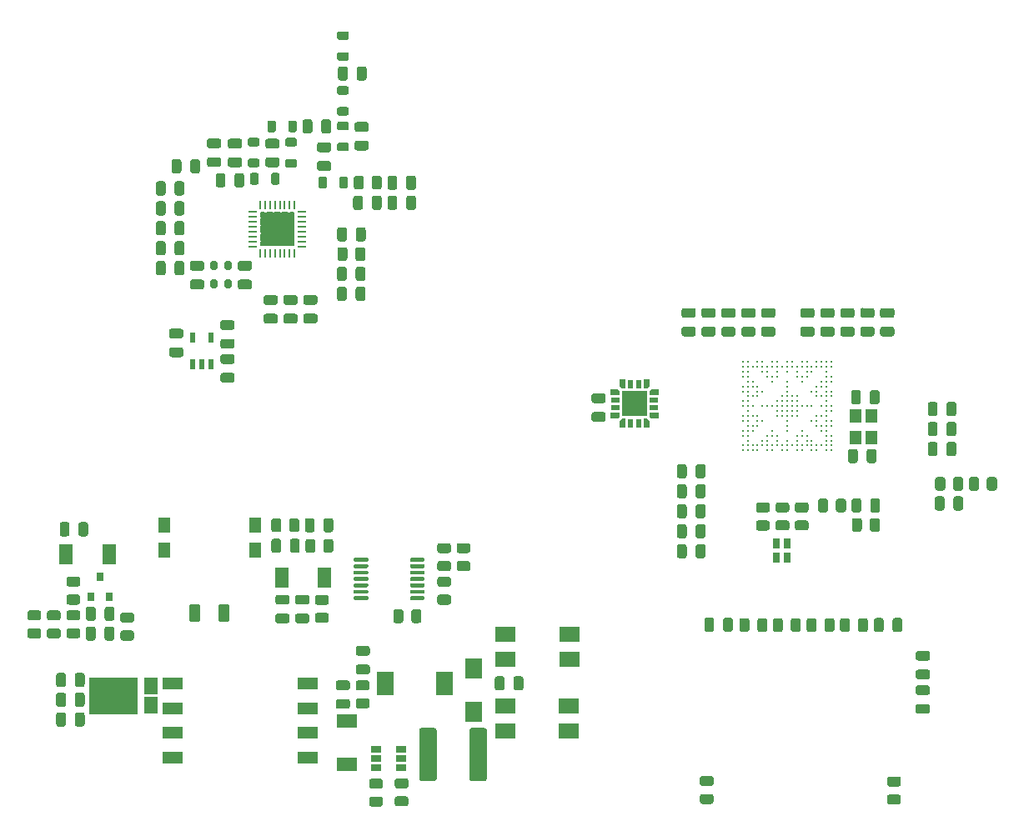
<source format=gbr>
%TF.GenerationSoftware,KiCad,Pcbnew,(5.1.8)-1*%
%TF.CreationDate,2021-04-13T22:44:30-04:00*%
%TF.ProjectId,davis-receiver,64617669-732d-4726-9563-65697665722e,rev?*%
%TF.SameCoordinates,Original*%
%TF.FileFunction,Paste,Top*%
%TF.FilePolarity,Positive*%
%FSLAX46Y46*%
G04 Gerber Fmt 4.6, Leading zero omitted, Abs format (unit mm)*
G04 Created by KiCad (PCBNEW (5.1.8)-1) date 2021-04-13 22:44:30*
%MOMM*%
%LPD*%
G01*
G04 APERTURE LIST*
%ADD10C,0.152400*%
%ADD11C,0.249999*%
%ADD12R,1.200000X1.400000*%
%ADD13R,2.030000X1.270000*%
%ADD14R,3.450001X3.450001*%
%ADD15R,0.849884X0.279908*%
%ADD16R,0.279908X0.849884*%
%ADD17R,0.800000X0.900000*%
%ADD18R,1.300000X1.500000*%
%ADD19R,2.100000X1.550000*%
%ADD20R,0.600000X1.100000*%
%ADD21C,0.100000*%
%ADD22R,2.600000X2.600000*%
%ADD23R,0.925000X0.600000*%
%ADD24R,0.600000X0.925000*%
%ADD25R,1.000000X0.700000*%
%ADD26R,1.800000X2.400000*%
%ADD27R,4.960000X3.800000*%
%ADD28R,1.440000X1.800000*%
%ADD29R,1.400000X2.000000*%
%ADD30R,2.000000X1.400000*%
%ADD31R,1.800000X2.100000*%
%ADD32R,0.800000X1.000000*%
G04 APERTURE END LIST*
D10*
%TO.C,U2*%
X58787730Y-51135670D02*
X59156700Y-51135670D01*
X59156700Y-51135670D02*
X59156700Y-50908121D01*
X59156700Y-50908121D02*
X59156700Y-50908121D01*
X59156700Y-50908121D02*
X59015279Y-50766700D01*
X59015279Y-50766700D02*
X59015279Y-50766700D01*
X59015279Y-50766700D02*
X58787730Y-50766700D01*
X58787730Y-50766700D02*
X58787730Y-51135670D01*
X59356700Y-51135670D02*
X59944100Y-51135670D01*
X59944100Y-51135670D02*
X59944100Y-50908121D01*
X59944100Y-50908121D02*
X59944100Y-50908121D01*
X59944100Y-50908121D02*
X59802679Y-50766700D01*
X59802679Y-50766700D02*
X59802679Y-50766700D01*
X59802679Y-50766700D02*
X59498121Y-50766700D01*
X59498121Y-50766700D02*
X59498121Y-50766700D01*
X59498121Y-50766700D02*
X59356700Y-50908121D01*
X59356700Y-50908121D02*
X59356700Y-50908121D01*
X59356700Y-50908121D02*
X59356700Y-51135670D01*
X60144100Y-51135670D02*
X60731500Y-51135670D01*
X60731500Y-51135670D02*
X60731500Y-50908121D01*
X60731500Y-50908121D02*
X60731500Y-50908121D01*
X60731500Y-50908121D02*
X60590079Y-50766700D01*
X60590079Y-50766700D02*
X60590079Y-50766700D01*
X60590079Y-50766700D02*
X60285521Y-50766700D01*
X60285521Y-50766700D02*
X60285521Y-50766700D01*
X60285521Y-50766700D02*
X60144100Y-50908121D01*
X60144100Y-50908121D02*
X60144100Y-50908121D01*
X60144100Y-50908121D02*
X60144100Y-51135670D01*
X60931500Y-51135670D02*
X61518900Y-51135670D01*
X61518900Y-51135670D02*
X61518900Y-50908121D01*
X61518900Y-50908121D02*
X61518900Y-50908121D01*
X61518900Y-50908121D02*
X61377479Y-50766700D01*
X61377479Y-50766700D02*
X61377479Y-50766700D01*
X61377479Y-50766700D02*
X61072921Y-50766700D01*
X61072921Y-50766700D02*
X61072921Y-50766700D01*
X61072921Y-50766700D02*
X60931500Y-50908121D01*
X60931500Y-50908121D02*
X60931500Y-50908121D01*
X60931500Y-50908121D02*
X60931500Y-51135670D01*
X61718900Y-51135670D02*
X62087870Y-51135670D01*
X62087870Y-51135670D02*
X62087870Y-50766700D01*
X62087870Y-50766700D02*
X61860321Y-50766700D01*
X61860321Y-50766700D02*
X61860321Y-50766700D01*
X61860321Y-50766700D02*
X61718900Y-50908121D01*
X61718900Y-50908121D02*
X61718900Y-50908121D01*
X61718900Y-50908121D02*
X61718900Y-51135670D01*
X58787730Y-50566700D02*
X59015279Y-50566700D01*
X59015279Y-50566700D02*
X59015279Y-50566700D01*
X59015279Y-50566700D02*
X59156700Y-50425279D01*
X59156700Y-50425279D02*
X59156700Y-50425279D01*
X59156700Y-50425279D02*
X59156700Y-50120721D01*
X59156700Y-50120721D02*
X59156700Y-50120721D01*
X59156700Y-50120721D02*
X59015279Y-49979300D01*
X59015279Y-49979300D02*
X59015279Y-49979300D01*
X59015279Y-49979300D02*
X58787730Y-49979300D01*
X58787730Y-49979300D02*
X58787730Y-50566700D01*
X59356700Y-50425279D02*
X59356700Y-50425279D01*
X59356700Y-50425279D02*
X59498121Y-50566700D01*
X59498121Y-50566700D02*
X59498121Y-50566700D01*
X59498121Y-50566700D02*
X59802679Y-50566700D01*
X59802679Y-50566700D02*
X59802679Y-50566700D01*
X59802679Y-50566700D02*
X59944100Y-50425279D01*
X59944100Y-50425279D02*
X59944100Y-50425279D01*
X59944100Y-50425279D02*
X59944100Y-50120721D01*
X59944100Y-50120721D02*
X59944100Y-50120721D01*
X59944100Y-50120721D02*
X59802679Y-49979300D01*
X59802679Y-49979300D02*
X59802679Y-49979300D01*
X59802679Y-49979300D02*
X59498121Y-49979300D01*
X59498121Y-49979300D02*
X59498121Y-49979300D01*
X59498121Y-49979300D02*
X59356700Y-50120721D01*
X59356700Y-50120721D02*
X59356700Y-50120721D01*
X59356700Y-50120721D02*
X59356700Y-50425279D01*
X60144100Y-50425279D02*
X60144100Y-50425279D01*
X60144100Y-50425279D02*
X60285521Y-50566700D01*
X60285521Y-50566700D02*
X60285521Y-50566700D01*
X60285521Y-50566700D02*
X60590079Y-50566700D01*
X60590079Y-50566700D02*
X60590079Y-50566700D01*
X60590079Y-50566700D02*
X60731500Y-50425279D01*
X60731500Y-50425279D02*
X60731500Y-50425279D01*
X60731500Y-50425279D02*
X60731500Y-50120721D01*
X60731500Y-50120721D02*
X60731500Y-50120721D01*
X60731500Y-50120721D02*
X60590079Y-49979300D01*
X60590079Y-49979300D02*
X60590079Y-49979300D01*
X60590079Y-49979300D02*
X60285521Y-49979300D01*
X60285521Y-49979300D02*
X60285521Y-49979300D01*
X60285521Y-49979300D02*
X60144100Y-50120721D01*
X60144100Y-50120721D02*
X60144100Y-50120721D01*
X60144100Y-50120721D02*
X60144100Y-50425279D01*
X60931500Y-50425279D02*
X60931500Y-50425279D01*
X60931500Y-50425279D02*
X61072921Y-50566700D01*
X61072921Y-50566700D02*
X61072921Y-50566700D01*
X61072921Y-50566700D02*
X61377479Y-50566700D01*
X61377479Y-50566700D02*
X61377479Y-50566700D01*
X61377479Y-50566700D02*
X61518900Y-50425279D01*
X61518900Y-50425279D02*
X61518900Y-50425279D01*
X61518900Y-50425279D02*
X61518900Y-50120721D01*
X61518900Y-50120721D02*
X61518900Y-50120721D01*
X61518900Y-50120721D02*
X61377479Y-49979300D01*
X61377479Y-49979300D02*
X61377479Y-49979300D01*
X61377479Y-49979300D02*
X61072921Y-49979300D01*
X61072921Y-49979300D02*
X61072921Y-49979300D01*
X61072921Y-49979300D02*
X60931500Y-50120721D01*
X60931500Y-50120721D02*
X60931500Y-50120721D01*
X60931500Y-50120721D02*
X60931500Y-50425279D01*
X61718900Y-50425279D02*
X61718900Y-50425279D01*
X61718900Y-50425279D02*
X61860321Y-50566700D01*
X61860321Y-50566700D02*
X61860321Y-50566700D01*
X61860321Y-50566700D02*
X62087870Y-50566700D01*
X62087870Y-50566700D02*
X62087870Y-49979300D01*
X62087870Y-49979300D02*
X61860321Y-49979300D01*
X61860321Y-49979300D02*
X61860321Y-49979300D01*
X61860321Y-49979300D02*
X61718900Y-50120721D01*
X61718900Y-50120721D02*
X61718900Y-50120721D01*
X61718900Y-50120721D02*
X61718900Y-50425279D01*
X58787730Y-49779300D02*
X59015279Y-49779300D01*
X59015279Y-49779300D02*
X59015279Y-49779300D01*
X59015279Y-49779300D02*
X59156700Y-49637879D01*
X59156700Y-49637879D02*
X59156700Y-49637879D01*
X59156700Y-49637879D02*
X59156700Y-49333321D01*
X59156700Y-49333321D02*
X59156700Y-49333321D01*
X59156700Y-49333321D02*
X59015279Y-49191900D01*
X59015279Y-49191900D02*
X59015279Y-49191900D01*
X59015279Y-49191900D02*
X58787730Y-49191900D01*
X58787730Y-49191900D02*
X58787730Y-49779300D01*
X59356700Y-49637879D02*
X59356700Y-49637879D01*
X59356700Y-49637879D02*
X59498121Y-49779300D01*
X59498121Y-49779300D02*
X59498121Y-49779300D01*
X59498121Y-49779300D02*
X59802679Y-49779300D01*
X59802679Y-49779300D02*
X59802679Y-49779300D01*
X59802679Y-49779300D02*
X59944100Y-49637879D01*
X59944100Y-49637879D02*
X59944100Y-49637879D01*
X59944100Y-49637879D02*
X59944100Y-49333321D01*
X59944100Y-49333321D02*
X59944100Y-49333321D01*
X59944100Y-49333321D02*
X59802679Y-49191900D01*
X59802679Y-49191900D02*
X59802679Y-49191900D01*
X59802679Y-49191900D02*
X59498121Y-49191900D01*
X59498121Y-49191900D02*
X59498121Y-49191900D01*
X59498121Y-49191900D02*
X59356700Y-49333321D01*
X59356700Y-49333321D02*
X59356700Y-49333321D01*
X59356700Y-49333321D02*
X59356700Y-49637879D01*
X60144100Y-49637879D02*
X60144100Y-49637879D01*
X60144100Y-49637879D02*
X60285521Y-49779300D01*
X60285521Y-49779300D02*
X60285521Y-49779300D01*
X60285521Y-49779300D02*
X60590079Y-49779300D01*
X60590079Y-49779300D02*
X60590079Y-49779300D01*
X60590079Y-49779300D02*
X60731500Y-49637879D01*
X60731500Y-49637879D02*
X60731500Y-49637879D01*
X60731500Y-49637879D02*
X60731500Y-49333321D01*
X60731500Y-49333321D02*
X60731500Y-49333321D01*
X60731500Y-49333321D02*
X60590079Y-49191900D01*
X60590079Y-49191900D02*
X60590079Y-49191900D01*
X60590079Y-49191900D02*
X60285521Y-49191900D01*
X60285521Y-49191900D02*
X60285521Y-49191900D01*
X60285521Y-49191900D02*
X60144100Y-49333321D01*
X60144100Y-49333321D02*
X60144100Y-49333321D01*
X60144100Y-49333321D02*
X60144100Y-49637879D01*
X60931500Y-49637879D02*
X60931500Y-49637879D01*
X60931500Y-49637879D02*
X61072921Y-49779300D01*
X61072921Y-49779300D02*
X61072921Y-49779300D01*
X61072921Y-49779300D02*
X61377479Y-49779300D01*
X61377479Y-49779300D02*
X61377479Y-49779300D01*
X61377479Y-49779300D02*
X61518900Y-49637879D01*
X61518900Y-49637879D02*
X61518900Y-49637879D01*
X61518900Y-49637879D02*
X61518900Y-49333321D01*
X61518900Y-49333321D02*
X61518900Y-49333321D01*
X61518900Y-49333321D02*
X61377479Y-49191900D01*
X61377479Y-49191900D02*
X61377479Y-49191900D01*
X61377479Y-49191900D02*
X61072921Y-49191900D01*
X61072921Y-49191900D02*
X61072921Y-49191900D01*
X61072921Y-49191900D02*
X60931500Y-49333321D01*
X60931500Y-49333321D02*
X60931500Y-49333321D01*
X60931500Y-49333321D02*
X60931500Y-49637879D01*
X61718900Y-49637879D02*
X61718900Y-49637879D01*
X61718900Y-49637879D02*
X61860321Y-49779300D01*
X61860321Y-49779300D02*
X61860321Y-49779300D01*
X61860321Y-49779300D02*
X62087870Y-49779300D01*
X62087870Y-49779300D02*
X62087870Y-49191900D01*
X62087870Y-49191900D02*
X61860321Y-49191900D01*
X61860321Y-49191900D02*
X61860321Y-49191900D01*
X61860321Y-49191900D02*
X61718900Y-49333321D01*
X61718900Y-49333321D02*
X61718900Y-49333321D01*
X61718900Y-49333321D02*
X61718900Y-49637879D01*
X58787730Y-48991900D02*
X59015279Y-48991900D01*
X59015279Y-48991900D02*
X59015279Y-48991900D01*
X59015279Y-48991900D02*
X59156700Y-48850479D01*
X59156700Y-48850479D02*
X59156700Y-48850479D01*
X59156700Y-48850479D02*
X59156700Y-48545921D01*
X59156700Y-48545921D02*
X59156700Y-48545921D01*
X59156700Y-48545921D02*
X59015279Y-48404500D01*
X59015279Y-48404500D02*
X59015279Y-48404500D01*
X59015279Y-48404500D02*
X58787730Y-48404500D01*
X58787730Y-48404500D02*
X58787730Y-48991900D01*
X59356700Y-48850479D02*
X59356700Y-48850479D01*
X59356700Y-48850479D02*
X59498121Y-48991900D01*
X59498121Y-48991900D02*
X59498121Y-48991900D01*
X59498121Y-48991900D02*
X59802679Y-48991900D01*
X59802679Y-48991900D02*
X59802679Y-48991900D01*
X59802679Y-48991900D02*
X59944100Y-48850479D01*
X59944100Y-48850479D02*
X59944100Y-48850479D01*
X59944100Y-48850479D02*
X59944100Y-48545921D01*
X59944100Y-48545921D02*
X59944100Y-48545921D01*
X59944100Y-48545921D02*
X59802679Y-48404500D01*
X59802679Y-48404500D02*
X59802679Y-48404500D01*
X59802679Y-48404500D02*
X59498121Y-48404500D01*
X59498121Y-48404500D02*
X59498121Y-48404500D01*
X59498121Y-48404500D02*
X59356700Y-48545921D01*
X59356700Y-48545921D02*
X59356700Y-48545921D01*
X59356700Y-48545921D02*
X59356700Y-48850479D01*
X60144100Y-48850479D02*
X60144100Y-48850479D01*
X60144100Y-48850479D02*
X60285521Y-48991900D01*
X60285521Y-48991900D02*
X60285521Y-48991900D01*
X60285521Y-48991900D02*
X60590079Y-48991900D01*
X60590079Y-48991900D02*
X60590079Y-48991900D01*
X60590079Y-48991900D02*
X60731500Y-48850479D01*
X60731500Y-48850479D02*
X60731500Y-48850479D01*
X60731500Y-48850479D02*
X60731500Y-48545921D01*
X60731500Y-48545921D02*
X60731500Y-48545921D01*
X60731500Y-48545921D02*
X60590079Y-48404500D01*
X60590079Y-48404500D02*
X60590079Y-48404500D01*
X60590079Y-48404500D02*
X60285521Y-48404500D01*
X60285521Y-48404500D02*
X60285521Y-48404500D01*
X60285521Y-48404500D02*
X60144100Y-48545921D01*
X60144100Y-48545921D02*
X60144100Y-48545921D01*
X60144100Y-48545921D02*
X60144100Y-48850479D01*
X60931500Y-48850479D02*
X60931500Y-48850479D01*
X60931500Y-48850479D02*
X61072921Y-48991900D01*
X61072921Y-48991900D02*
X61072921Y-48991900D01*
X61072921Y-48991900D02*
X61377479Y-48991900D01*
X61377479Y-48991900D02*
X61377479Y-48991900D01*
X61377479Y-48991900D02*
X61518900Y-48850479D01*
X61518900Y-48850479D02*
X61518900Y-48850479D01*
X61518900Y-48850479D02*
X61518900Y-48545921D01*
X61518900Y-48545921D02*
X61518900Y-48545921D01*
X61518900Y-48545921D02*
X61377479Y-48404500D01*
X61377479Y-48404500D02*
X61377479Y-48404500D01*
X61377479Y-48404500D02*
X61072921Y-48404500D01*
X61072921Y-48404500D02*
X61072921Y-48404500D01*
X61072921Y-48404500D02*
X60931500Y-48545921D01*
X60931500Y-48545921D02*
X60931500Y-48545921D01*
X60931500Y-48545921D02*
X60931500Y-48850479D01*
X61718900Y-48850479D02*
X61718900Y-48850479D01*
X61718900Y-48850479D02*
X61860321Y-48991900D01*
X61860321Y-48991900D02*
X61860321Y-48991900D01*
X61860321Y-48991900D02*
X62087870Y-48991900D01*
X62087870Y-48991900D02*
X62087870Y-48404500D01*
X62087870Y-48404500D02*
X61860321Y-48404500D01*
X61860321Y-48404500D02*
X61860321Y-48404500D01*
X61860321Y-48404500D02*
X61718900Y-48545921D01*
X61718900Y-48545921D02*
X61718900Y-48545921D01*
X61718900Y-48545921D02*
X61718900Y-48850479D01*
X58787730Y-48204500D02*
X59015279Y-48204500D01*
X59015279Y-48204500D02*
X59015279Y-48204500D01*
X59015279Y-48204500D02*
X59156700Y-48063079D01*
X59156700Y-48063079D02*
X59156700Y-48063079D01*
X59156700Y-48063079D02*
X59156700Y-47835530D01*
X59156700Y-47835530D02*
X58787730Y-47835530D01*
X58787730Y-47835530D02*
X58787730Y-48204500D01*
X59356700Y-48063079D02*
X59356700Y-48063079D01*
X59356700Y-48063079D02*
X59498121Y-48204500D01*
X59498121Y-48204500D02*
X59498121Y-48204500D01*
X59498121Y-48204500D02*
X59802679Y-48204500D01*
X59802679Y-48204500D02*
X59802679Y-48204500D01*
X59802679Y-48204500D02*
X59944100Y-48063079D01*
X59944100Y-48063079D02*
X59944100Y-48063079D01*
X59944100Y-48063079D02*
X59944100Y-47835530D01*
X59944100Y-47835530D02*
X59356700Y-47835530D01*
X59356700Y-47835530D02*
X59356700Y-48063079D01*
X60144100Y-48063079D02*
X60144100Y-48063079D01*
X60144100Y-48063079D02*
X60285521Y-48204500D01*
X60285521Y-48204500D02*
X60285521Y-48204500D01*
X60285521Y-48204500D02*
X60590079Y-48204500D01*
X60590079Y-48204500D02*
X60590079Y-48204500D01*
X60590079Y-48204500D02*
X60731500Y-48063079D01*
X60731500Y-48063079D02*
X60731500Y-48063079D01*
X60731500Y-48063079D02*
X60731500Y-47835530D01*
X60731500Y-47835530D02*
X60144100Y-47835530D01*
X60144100Y-47835530D02*
X60144100Y-48063079D01*
X60931500Y-48063079D02*
X60931500Y-48063079D01*
X60931500Y-48063079D02*
X61072921Y-48204500D01*
X61072921Y-48204500D02*
X61072921Y-48204500D01*
X61072921Y-48204500D02*
X61377479Y-48204500D01*
X61377479Y-48204500D02*
X61377479Y-48204500D01*
X61377479Y-48204500D02*
X61518900Y-48063079D01*
X61518900Y-48063079D02*
X61518900Y-48063079D01*
X61518900Y-48063079D02*
X61518900Y-47835530D01*
X61518900Y-47835530D02*
X60931500Y-47835530D01*
X60931500Y-47835530D02*
X60931500Y-48063079D01*
X61718900Y-48063079D02*
X61718900Y-48063079D01*
X61718900Y-48063079D02*
X61860321Y-48204500D01*
X61860321Y-48204500D02*
X61860321Y-48204500D01*
X61860321Y-48204500D02*
X62087870Y-48204500D01*
X62087870Y-48204500D02*
X62087870Y-47835530D01*
X62087870Y-47835530D02*
X61718900Y-47835530D01*
X61718900Y-47835530D02*
X61718900Y-48063079D01*
%TD*%
D11*
%TO.C,U1*%
X116694799Y-71965399D03*
X116194800Y-71965399D03*
X115194799Y-71965399D03*
X114694800Y-71965399D03*
X113694800Y-71965399D03*
X113194798Y-71965399D03*
X112194800Y-71965399D03*
X111694798Y-71965399D03*
X110694798Y-71965399D03*
X110194799Y-71965399D03*
X109194798Y-71965399D03*
X108694799Y-71965399D03*
X108194798Y-71965399D03*
X107694799Y-71965399D03*
X116694799Y-71465400D03*
X116194800Y-71465400D03*
X115694798Y-71465400D03*
X115194799Y-71465400D03*
X114694800Y-71465400D03*
X114194799Y-71465400D03*
X113694800Y-71465400D03*
X113194798Y-71465400D03*
X112694799Y-71465400D03*
X112194800Y-71465400D03*
X111694798Y-71465400D03*
X111194799Y-71465400D03*
X110694798Y-71465400D03*
X110194799Y-71465400D03*
X109694800Y-71465400D03*
X109194798Y-71465400D03*
X108694799Y-71465400D03*
X108194798Y-71465400D03*
X107694799Y-71465400D03*
X116694799Y-70965398D03*
X116194800Y-70965398D03*
X114694800Y-70965398D03*
X114194799Y-70965398D03*
X113194798Y-70965398D03*
X112194800Y-70965398D03*
X111194799Y-70965398D03*
X110194799Y-70965398D03*
X109694800Y-70965398D03*
X108194798Y-70965398D03*
X116694799Y-70465399D03*
X116194800Y-70465399D03*
X114194799Y-70465399D03*
X113694800Y-70465399D03*
X113194798Y-70465399D03*
X111194799Y-70465399D03*
X110694798Y-70465399D03*
X110194799Y-70465399D03*
X108194798Y-70465399D03*
X107694799Y-70465399D03*
X116194800Y-69965400D03*
X115694798Y-69965400D03*
X113694800Y-69965400D03*
X112194800Y-69965400D03*
X110694798Y-69965400D03*
X108694799Y-69965400D03*
X108194798Y-69965400D03*
X107694799Y-69965400D03*
X116694799Y-69465399D03*
X116194800Y-69465399D03*
X115694798Y-69465399D03*
X115194799Y-69465399D03*
X112194800Y-69465399D03*
X109194798Y-69465399D03*
X108694799Y-69465399D03*
X108194798Y-69465399D03*
X116694799Y-68965400D03*
X116194800Y-68965400D03*
X115194799Y-68965400D03*
X114694800Y-68965400D03*
X112194800Y-68965400D03*
X109694800Y-68965400D03*
X109194798Y-68965400D03*
X108194798Y-68965400D03*
X107694799Y-68965400D03*
X116194800Y-68465398D03*
X115694798Y-68465398D03*
X115194799Y-68465398D03*
X113194798Y-68465398D03*
X112694799Y-68465398D03*
X112194800Y-68465398D03*
X111694798Y-68465398D03*
X111194799Y-68465398D03*
X109194798Y-68465398D03*
X108694799Y-68465398D03*
X108194798Y-68465398D03*
X107694799Y-68465398D03*
X116694799Y-67965399D03*
X116194800Y-67965399D03*
X113194798Y-67965399D03*
X112694799Y-67965399D03*
X112194800Y-67965399D03*
X111694798Y-67965399D03*
X111194799Y-67965399D03*
X108194798Y-67965399D03*
X116694799Y-67465400D03*
X116194800Y-67465400D03*
X115694798Y-67465400D03*
X114694800Y-67465400D03*
X114194799Y-67465400D03*
X113694800Y-67465400D03*
X113194798Y-67465400D03*
X112694799Y-67465400D03*
X112194800Y-67465400D03*
X111694798Y-67465400D03*
X111194799Y-67465400D03*
X110694798Y-67465400D03*
X110194799Y-67465400D03*
X109694800Y-67465400D03*
X108694799Y-67465400D03*
X108194798Y-67465400D03*
X107694799Y-67465400D03*
X116194800Y-66965398D03*
X113194798Y-66965398D03*
X112694799Y-66965398D03*
X112194800Y-66965398D03*
X111694798Y-66965398D03*
X111194799Y-66965398D03*
X108194798Y-66965398D03*
X107694799Y-66965398D03*
X116694799Y-66465399D03*
X116194800Y-66465399D03*
X115694798Y-66465399D03*
X115194799Y-66465399D03*
X113194798Y-66465399D03*
X112694799Y-66465399D03*
X112194800Y-66465399D03*
X111694798Y-66465399D03*
X109194798Y-66465399D03*
X108694799Y-66465399D03*
X108194798Y-66465399D03*
X116694799Y-65965398D03*
X116194800Y-65965398D03*
X115194799Y-65965398D03*
X114694800Y-65965398D03*
X112194800Y-65965398D03*
X109694800Y-65965398D03*
X109194798Y-65965398D03*
X108194798Y-65965398D03*
X107694799Y-65965398D03*
X116194800Y-65465399D03*
X115694798Y-65465399D03*
X115194799Y-65465399D03*
X112194800Y-65465399D03*
X109194798Y-65465399D03*
X108694799Y-65465399D03*
X108194798Y-65465399D03*
X107694799Y-65465399D03*
X116694799Y-64965400D03*
X116194800Y-64965400D03*
X115694798Y-64965400D03*
X113694800Y-64965400D03*
X112194800Y-64965400D03*
X110694798Y-64965400D03*
X108694799Y-64965400D03*
X108194798Y-64965400D03*
X116694799Y-64465398D03*
X116194800Y-64465398D03*
X114194799Y-64465398D03*
X113694800Y-64465398D03*
X113194798Y-64465398D03*
X111194799Y-64465398D03*
X110694798Y-64465398D03*
X110194799Y-64465398D03*
X108194798Y-64465398D03*
X107694799Y-64465398D03*
X116194800Y-63965399D03*
X114694800Y-63965399D03*
X114194799Y-63965399D03*
X113194798Y-63965399D03*
X112194800Y-63965399D03*
X111194799Y-63965399D03*
X110194799Y-63965399D03*
X109694800Y-63965399D03*
X108194798Y-63965399D03*
X107694799Y-63965399D03*
X116694799Y-63465398D03*
X116194800Y-63465398D03*
X115694798Y-63465398D03*
X115194799Y-63465398D03*
X114694800Y-63465398D03*
X114194799Y-63465398D03*
X113694800Y-63465398D03*
X113194798Y-63465398D03*
X112694799Y-63465398D03*
X112194800Y-63465398D03*
X111694798Y-63465398D03*
X111194799Y-63465398D03*
X110694798Y-63465398D03*
X110194799Y-63465398D03*
X109694800Y-63465398D03*
X109194798Y-63465398D03*
X108694799Y-63465398D03*
X108194798Y-63465398D03*
X107694799Y-63465398D03*
X116694799Y-62965399D03*
X116194800Y-62965399D03*
X115694798Y-62965399D03*
X115194799Y-62965399D03*
X114194799Y-62965399D03*
X113694800Y-62965399D03*
X112694799Y-62965399D03*
X112194800Y-62965399D03*
X111194799Y-62965399D03*
X110694798Y-62965399D03*
X109694800Y-62965399D03*
X109194798Y-62965399D03*
X108194798Y-62965399D03*
X107694799Y-62965399D03*
%TD*%
D12*
%TO.C,Y1*%
X119179800Y-68446300D03*
X119179800Y-70646300D03*
X120779800Y-70646300D03*
X120779800Y-68446300D03*
%TD*%
D13*
%TO.C,T1*%
X49823600Y-95646320D03*
X49823600Y-98146320D03*
X49823600Y-100646320D03*
X49823600Y-103146320D03*
X63533600Y-103146320D03*
X63533600Y-100646320D03*
X63533600Y-98146320D03*
X63533600Y-95646320D03*
%TD*%
D14*
%TO.C,U2*%
X60437800Y-49485600D03*
D15*
X57962801Y-51236041D03*
X57962801Y-50735915D03*
X57962801Y-50235789D03*
X57962801Y-49735663D03*
X57962801Y-49235537D03*
X57962801Y-48735411D03*
X57962801Y-48235285D03*
X57962801Y-47735159D03*
D16*
X58687801Y-47010601D03*
X59187800Y-47010601D03*
X59687799Y-47010601D03*
X60187800Y-47010601D03*
X60687800Y-47010601D03*
X61187801Y-47010601D03*
X61687800Y-47010601D03*
X62187799Y-47010601D03*
D15*
X62912799Y-47735159D03*
X62912799Y-48235285D03*
X62912799Y-48735411D03*
X62912799Y-49235537D03*
X62912799Y-49735663D03*
X62912799Y-50235789D03*
X62912799Y-50735915D03*
X62912799Y-51236041D03*
D16*
X62187799Y-51960599D03*
X61687800Y-51960599D03*
X61187801Y-51960599D03*
X60687800Y-51960599D03*
X60187800Y-51960599D03*
X59687799Y-51960599D03*
X59187800Y-51960599D03*
X58687801Y-51960599D03*
%TD*%
%TO.C,X1*%
G36*
G01*
X55032880Y-55283680D02*
X55032880Y-54783680D01*
G75*
G02*
X55232880Y-54583680I200000J0D01*
G01*
X55632880Y-54583680D01*
G75*
G02*
X55832880Y-54783680I0J-200000D01*
G01*
X55832880Y-55283680D01*
G75*
G02*
X55632880Y-55483680I-200000J0D01*
G01*
X55232880Y-55483680D01*
G75*
G02*
X55032880Y-55283680I0J200000D01*
G01*
G37*
G36*
G01*
X53582880Y-55283680D02*
X53582880Y-54783680D01*
G75*
G02*
X53782880Y-54583680I200000J0D01*
G01*
X54182880Y-54583680D01*
G75*
G02*
X54382880Y-54783680I0J-200000D01*
G01*
X54382880Y-55283680D01*
G75*
G02*
X54182880Y-55483680I-200000J0D01*
G01*
X53782880Y-55483680D01*
G75*
G02*
X53582880Y-55283680I0J200000D01*
G01*
G37*
G36*
G01*
X55032880Y-53433680D02*
X55032880Y-52933680D01*
G75*
G02*
X55232880Y-52733680I200000J0D01*
G01*
X55632880Y-52733680D01*
G75*
G02*
X55832880Y-52933680I0J-200000D01*
G01*
X55832880Y-53433680D01*
G75*
G02*
X55632880Y-53633680I-200000J0D01*
G01*
X55232880Y-53633680D01*
G75*
G02*
X55032880Y-53433680I0J200000D01*
G01*
G37*
G36*
G01*
X53582880Y-53433680D02*
X53582880Y-52933680D01*
G75*
G02*
X53782880Y-52733680I200000J0D01*
G01*
X54182880Y-52733680D01*
G75*
G02*
X54382880Y-52933680I0J-200000D01*
G01*
X54382880Y-53433680D01*
G75*
G02*
X54182880Y-53633680I-200000J0D01*
G01*
X53782880Y-53633680D01*
G75*
G02*
X53582880Y-53433680I0J200000D01*
G01*
G37*
%TD*%
D17*
%TO.C,U9*%
X42455200Y-84811300D03*
X43405200Y-86811300D03*
X41505200Y-86811300D03*
%TD*%
D18*
%TO.C,U8*%
X48975200Y-82061300D03*
X58175200Y-82061300D03*
X48975200Y-79521300D03*
X58175200Y-79521300D03*
%TD*%
%TO.C,U7*%
G36*
G01*
X73910200Y-83171300D02*
X73910200Y-82971300D01*
G75*
G02*
X74010200Y-82871300I100000J0D01*
G01*
X75285200Y-82871300D01*
G75*
G02*
X75385200Y-82971300I0J-100000D01*
G01*
X75385200Y-83171300D01*
G75*
G02*
X75285200Y-83271300I-100000J0D01*
G01*
X74010200Y-83271300D01*
G75*
G02*
X73910200Y-83171300I0J100000D01*
G01*
G37*
G36*
G01*
X73910200Y-83821300D02*
X73910200Y-83621300D01*
G75*
G02*
X74010200Y-83521300I100000J0D01*
G01*
X75285200Y-83521300D01*
G75*
G02*
X75385200Y-83621300I0J-100000D01*
G01*
X75385200Y-83821300D01*
G75*
G02*
X75285200Y-83921300I-100000J0D01*
G01*
X74010200Y-83921300D01*
G75*
G02*
X73910200Y-83821300I0J100000D01*
G01*
G37*
G36*
G01*
X73910200Y-84471300D02*
X73910200Y-84271300D01*
G75*
G02*
X74010200Y-84171300I100000J0D01*
G01*
X75285200Y-84171300D01*
G75*
G02*
X75385200Y-84271300I0J-100000D01*
G01*
X75385200Y-84471300D01*
G75*
G02*
X75285200Y-84571300I-100000J0D01*
G01*
X74010200Y-84571300D01*
G75*
G02*
X73910200Y-84471300I0J100000D01*
G01*
G37*
G36*
G01*
X73910200Y-85121300D02*
X73910200Y-84921300D01*
G75*
G02*
X74010200Y-84821300I100000J0D01*
G01*
X75285200Y-84821300D01*
G75*
G02*
X75385200Y-84921300I0J-100000D01*
G01*
X75385200Y-85121300D01*
G75*
G02*
X75285200Y-85221300I-100000J0D01*
G01*
X74010200Y-85221300D01*
G75*
G02*
X73910200Y-85121300I0J100000D01*
G01*
G37*
G36*
G01*
X73910200Y-85771300D02*
X73910200Y-85571300D01*
G75*
G02*
X74010200Y-85471300I100000J0D01*
G01*
X75285200Y-85471300D01*
G75*
G02*
X75385200Y-85571300I0J-100000D01*
G01*
X75385200Y-85771300D01*
G75*
G02*
X75285200Y-85871300I-100000J0D01*
G01*
X74010200Y-85871300D01*
G75*
G02*
X73910200Y-85771300I0J100000D01*
G01*
G37*
G36*
G01*
X73910200Y-86421300D02*
X73910200Y-86221300D01*
G75*
G02*
X74010200Y-86121300I100000J0D01*
G01*
X75285200Y-86121300D01*
G75*
G02*
X75385200Y-86221300I0J-100000D01*
G01*
X75385200Y-86421300D01*
G75*
G02*
X75285200Y-86521300I-100000J0D01*
G01*
X74010200Y-86521300D01*
G75*
G02*
X73910200Y-86421300I0J100000D01*
G01*
G37*
G36*
G01*
X73910200Y-87071300D02*
X73910200Y-86871300D01*
G75*
G02*
X74010200Y-86771300I100000J0D01*
G01*
X75285200Y-86771300D01*
G75*
G02*
X75385200Y-86871300I0J-100000D01*
G01*
X75385200Y-87071300D01*
G75*
G02*
X75285200Y-87171300I-100000J0D01*
G01*
X74010200Y-87171300D01*
G75*
G02*
X73910200Y-87071300I0J100000D01*
G01*
G37*
G36*
G01*
X68185200Y-87071300D02*
X68185200Y-86871300D01*
G75*
G02*
X68285200Y-86771300I100000J0D01*
G01*
X69560200Y-86771300D01*
G75*
G02*
X69660200Y-86871300I0J-100000D01*
G01*
X69660200Y-87071300D01*
G75*
G02*
X69560200Y-87171300I-100000J0D01*
G01*
X68285200Y-87171300D01*
G75*
G02*
X68185200Y-87071300I0J100000D01*
G01*
G37*
G36*
G01*
X68185200Y-86421300D02*
X68185200Y-86221300D01*
G75*
G02*
X68285200Y-86121300I100000J0D01*
G01*
X69560200Y-86121300D01*
G75*
G02*
X69660200Y-86221300I0J-100000D01*
G01*
X69660200Y-86421300D01*
G75*
G02*
X69560200Y-86521300I-100000J0D01*
G01*
X68285200Y-86521300D01*
G75*
G02*
X68185200Y-86421300I0J100000D01*
G01*
G37*
G36*
G01*
X68185200Y-85771300D02*
X68185200Y-85571300D01*
G75*
G02*
X68285200Y-85471300I100000J0D01*
G01*
X69560200Y-85471300D01*
G75*
G02*
X69660200Y-85571300I0J-100000D01*
G01*
X69660200Y-85771300D01*
G75*
G02*
X69560200Y-85871300I-100000J0D01*
G01*
X68285200Y-85871300D01*
G75*
G02*
X68185200Y-85771300I0J100000D01*
G01*
G37*
G36*
G01*
X68185200Y-85121300D02*
X68185200Y-84921300D01*
G75*
G02*
X68285200Y-84821300I100000J0D01*
G01*
X69560200Y-84821300D01*
G75*
G02*
X69660200Y-84921300I0J-100000D01*
G01*
X69660200Y-85121300D01*
G75*
G02*
X69560200Y-85221300I-100000J0D01*
G01*
X68285200Y-85221300D01*
G75*
G02*
X68185200Y-85121300I0J100000D01*
G01*
G37*
G36*
G01*
X68185200Y-84471300D02*
X68185200Y-84271300D01*
G75*
G02*
X68285200Y-84171300I100000J0D01*
G01*
X69560200Y-84171300D01*
G75*
G02*
X69660200Y-84271300I0J-100000D01*
G01*
X69660200Y-84471300D01*
G75*
G02*
X69560200Y-84571300I-100000J0D01*
G01*
X68285200Y-84571300D01*
G75*
G02*
X68185200Y-84471300I0J100000D01*
G01*
G37*
G36*
G01*
X68185200Y-83821300D02*
X68185200Y-83621300D01*
G75*
G02*
X68285200Y-83521300I100000J0D01*
G01*
X69560200Y-83521300D01*
G75*
G02*
X69660200Y-83621300I0J-100000D01*
G01*
X69660200Y-83821300D01*
G75*
G02*
X69560200Y-83921300I-100000J0D01*
G01*
X68285200Y-83921300D01*
G75*
G02*
X68185200Y-83821300I0J100000D01*
G01*
G37*
G36*
G01*
X68185200Y-83171300D02*
X68185200Y-82971300D01*
G75*
G02*
X68285200Y-82871300I100000J0D01*
G01*
X69560200Y-82871300D01*
G75*
G02*
X69660200Y-82971300I0J-100000D01*
G01*
X69660200Y-83171300D01*
G75*
G02*
X69560200Y-83271300I-100000J0D01*
G01*
X68285200Y-83271300D01*
G75*
G02*
X68185200Y-83171300I0J100000D01*
G01*
G37*
%TD*%
D19*
%TO.C,U6*%
X83545200Y-100481300D03*
X90045200Y-100481300D03*
X83545200Y-97941300D03*
X90045200Y-97941300D03*
%TD*%
%TO.C,U5*%
X83575200Y-93191300D03*
X90075200Y-93191300D03*
X83575200Y-90651300D03*
X90075200Y-90651300D03*
%TD*%
D20*
%TO.C,U4*%
X51832120Y-60525940D03*
X53732120Y-60525940D03*
X53732120Y-63225940D03*
X52782120Y-63225940D03*
X51832120Y-63225940D03*
%TD*%
D21*
%TO.C,U3*%
G36*
X95208996Y-68945296D02*
G01*
X95408996Y-68745296D01*
X95408998Y-68745295D01*
X95809002Y-68745295D01*
X95809005Y-68745298D01*
X95809005Y-69665302D01*
X95809002Y-69665305D01*
X95208998Y-69665305D01*
X95208995Y-69665302D01*
X95208995Y-68945298D01*
X95208996Y-68945296D01*
G37*
G36*
X94978504Y-65714796D02*
G01*
X95178504Y-65914796D01*
X95178505Y-65914798D01*
X95178505Y-66314802D01*
X95178502Y-66314805D01*
X94258498Y-66314805D01*
X94258495Y-66314802D01*
X94258495Y-65714798D01*
X94258498Y-65714795D01*
X94978502Y-65714795D01*
X94978504Y-65714796D01*
G37*
G36*
X98209004Y-65484304D02*
G01*
X98009004Y-65684304D01*
X98009002Y-65684305D01*
X97608998Y-65684305D01*
X97608995Y-65684302D01*
X97608995Y-64764298D01*
X97608998Y-64764295D01*
X98209002Y-64764295D01*
X98209005Y-64764298D01*
X98209005Y-65484302D01*
X98209004Y-65484304D01*
G37*
G36*
X95208998Y-64764295D02*
G01*
X95809002Y-64764295D01*
X95809005Y-64764298D01*
X95809005Y-65684302D01*
X95809002Y-65684305D01*
X95408998Y-65684305D01*
X95408996Y-65684304D01*
X95208996Y-65484304D01*
X95208995Y-65484302D01*
X95208995Y-64764298D01*
X95208998Y-64764295D01*
G37*
G36*
X94258495Y-68714802D02*
G01*
X94258495Y-68114798D01*
X94258498Y-68114795D01*
X95178502Y-68114795D01*
X95178505Y-68114798D01*
X95178505Y-68514802D01*
X95178504Y-68514804D01*
X94978504Y-68714804D01*
X94978502Y-68714805D01*
X94258498Y-68714805D01*
X94258495Y-68714802D01*
G37*
G36*
X99159505Y-65714798D02*
G01*
X99159505Y-66314802D01*
X99159502Y-66314805D01*
X98239498Y-66314805D01*
X98239495Y-66314802D01*
X98239495Y-65914798D01*
X98239496Y-65914796D01*
X98439496Y-65714796D01*
X98439498Y-65714795D01*
X99159502Y-65714795D01*
X99159505Y-65714798D01*
G37*
G36*
X98439496Y-68714804D02*
G01*
X98239496Y-68514804D01*
X98239495Y-68514802D01*
X98239495Y-68114798D01*
X98239498Y-68114795D01*
X99159502Y-68114795D01*
X99159505Y-68114798D01*
X99159505Y-68714802D01*
X99159502Y-68714805D01*
X98439498Y-68714805D01*
X98439496Y-68714804D01*
G37*
G36*
X98209002Y-69665305D02*
G01*
X97608998Y-69665305D01*
X97608995Y-69665302D01*
X97608995Y-68745298D01*
X97608998Y-68745295D01*
X98009002Y-68745295D01*
X98009004Y-68745296D01*
X98209004Y-68945296D01*
X98209005Y-68945298D01*
X98209005Y-69665302D01*
X98209002Y-69665305D01*
G37*
D22*
X96709000Y-67214800D03*
D23*
X94721000Y-66814800D03*
X94721000Y-67614800D03*
D24*
X96309000Y-69202800D03*
X97109000Y-69202800D03*
D23*
X98697000Y-67614800D03*
X98697000Y-66814800D03*
D24*
X97109000Y-65226800D03*
X96309000Y-65226800D03*
%TD*%
%TO.C,R30*%
G36*
G01*
X120591300Y-79988602D02*
X120591300Y-79088598D01*
G75*
G02*
X120841298Y-78838600I249998J0D01*
G01*
X121366302Y-78838600D01*
G75*
G02*
X121616300Y-79088598I0J-249998D01*
G01*
X121616300Y-79988602D01*
G75*
G02*
X121366302Y-80238600I-249998J0D01*
G01*
X120841298Y-80238600D01*
G75*
G02*
X120591300Y-79988602I0J249998D01*
G01*
G37*
G36*
G01*
X118766300Y-79988602D02*
X118766300Y-79088598D01*
G75*
G02*
X119016298Y-78838600I249998J0D01*
G01*
X119541302Y-78838600D01*
G75*
G02*
X119791300Y-79088598I0J-249998D01*
G01*
X119791300Y-79988602D01*
G75*
G02*
X119541302Y-80238600I-249998J0D01*
G01*
X119016298Y-80238600D01*
G75*
G02*
X118766300Y-79988602I0J249998D01*
G01*
G37*
%TD*%
%TO.C,R29*%
G36*
G01*
X39275198Y-86613800D02*
X40175202Y-86613800D01*
G75*
G02*
X40425200Y-86863798I0J-249998D01*
G01*
X40425200Y-87388802D01*
G75*
G02*
X40175202Y-87638800I-249998J0D01*
G01*
X39275198Y-87638800D01*
G75*
G02*
X39025200Y-87388802I0J249998D01*
G01*
X39025200Y-86863798D01*
G75*
G02*
X39275198Y-86613800I249998J0D01*
G01*
G37*
G36*
G01*
X39275198Y-84788800D02*
X40175202Y-84788800D01*
G75*
G02*
X40425200Y-85038798I0J-249998D01*
G01*
X40425200Y-85563802D01*
G75*
G02*
X40175202Y-85813800I-249998J0D01*
G01*
X39275198Y-85813800D01*
G75*
G02*
X39025200Y-85563802I0J249998D01*
G01*
X39025200Y-85038798D01*
G75*
G02*
X39275198Y-84788800I249998J0D01*
G01*
G37*
%TD*%
%TO.C,R28*%
G36*
G01*
X39275198Y-90021300D02*
X40175202Y-90021300D01*
G75*
G02*
X40425200Y-90271298I0J-249998D01*
G01*
X40425200Y-90796302D01*
G75*
G02*
X40175202Y-91046300I-249998J0D01*
G01*
X39275198Y-91046300D01*
G75*
G02*
X39025200Y-90796302I0J249998D01*
G01*
X39025200Y-90271298D01*
G75*
G02*
X39275198Y-90021300I249998J0D01*
G01*
G37*
G36*
G01*
X39275198Y-88196300D02*
X40175202Y-88196300D01*
G75*
G02*
X40425200Y-88446298I0J-249998D01*
G01*
X40425200Y-88971302D01*
G75*
G02*
X40175202Y-89221300I-249998J0D01*
G01*
X39275198Y-89221300D01*
G75*
G02*
X39025200Y-88971302I0J249998D01*
G01*
X39025200Y-88446298D01*
G75*
G02*
X39275198Y-88196300I249998J0D01*
G01*
G37*
%TD*%
%TO.C,R27*%
G36*
G01*
X45645202Y-89461300D02*
X44745198Y-89461300D01*
G75*
G02*
X44495200Y-89211302I0J249998D01*
G01*
X44495200Y-88686298D01*
G75*
G02*
X44745198Y-88436300I249998J0D01*
G01*
X45645202Y-88436300D01*
G75*
G02*
X45895200Y-88686298I0J-249998D01*
G01*
X45895200Y-89211302D01*
G75*
G02*
X45645202Y-89461300I-249998J0D01*
G01*
G37*
G36*
G01*
X45645202Y-91286300D02*
X44745198Y-91286300D01*
G75*
G02*
X44495200Y-91036302I0J249998D01*
G01*
X44495200Y-90511298D01*
G75*
G02*
X44745198Y-90261300I249998J0D01*
G01*
X45645202Y-90261300D01*
G75*
G02*
X45895200Y-90511298I0J-249998D01*
G01*
X45895200Y-91036302D01*
G75*
G02*
X45645202Y-91286300I-249998J0D01*
G01*
G37*
%TD*%
%TO.C,R26*%
G36*
G01*
X37285198Y-90041300D02*
X38185202Y-90041300D01*
G75*
G02*
X38435200Y-90291298I0J-249998D01*
G01*
X38435200Y-90816302D01*
G75*
G02*
X38185202Y-91066300I-249998J0D01*
G01*
X37285198Y-91066300D01*
G75*
G02*
X37035200Y-90816302I0J249998D01*
G01*
X37035200Y-90291298D01*
G75*
G02*
X37285198Y-90041300I249998J0D01*
G01*
G37*
G36*
G01*
X37285198Y-88216300D02*
X38185202Y-88216300D01*
G75*
G02*
X38435200Y-88466298I0J-249998D01*
G01*
X38435200Y-88991302D01*
G75*
G02*
X38185202Y-89241300I-249998J0D01*
G01*
X37285198Y-89241300D01*
G75*
G02*
X37035200Y-88991302I0J249998D01*
G01*
X37035200Y-88466298D01*
G75*
G02*
X37285198Y-88216300I249998J0D01*
G01*
G37*
%TD*%
%TO.C,R25*%
G36*
G01*
X35305198Y-90041300D02*
X36205202Y-90041300D01*
G75*
G02*
X36455200Y-90291298I0J-249998D01*
G01*
X36455200Y-90816302D01*
G75*
G02*
X36205202Y-91066300I-249998J0D01*
G01*
X35305198Y-91066300D01*
G75*
G02*
X35055200Y-90816302I0J249998D01*
G01*
X35055200Y-90291298D01*
G75*
G02*
X35305198Y-90041300I249998J0D01*
G01*
G37*
G36*
G01*
X35305198Y-88216300D02*
X36205202Y-88216300D01*
G75*
G02*
X36455200Y-88466298I0J-249998D01*
G01*
X36455200Y-88991302D01*
G75*
G02*
X36205202Y-89241300I-249998J0D01*
G01*
X35305198Y-89241300D01*
G75*
G02*
X35055200Y-88991302I0J249998D01*
G01*
X35055200Y-88466298D01*
G75*
G02*
X35305198Y-88216300I249998J0D01*
G01*
G37*
%TD*%
%TO.C,R24*%
G36*
G01*
X73501442Y-106301360D02*
X72601438Y-106301360D01*
G75*
G02*
X72351440Y-106051362I0J249998D01*
G01*
X72351440Y-105526358D01*
G75*
G02*
X72601438Y-105276360I249998J0D01*
G01*
X73501442Y-105276360D01*
G75*
G02*
X73751440Y-105526358I0J-249998D01*
G01*
X73751440Y-106051362D01*
G75*
G02*
X73501442Y-106301360I-249998J0D01*
G01*
G37*
G36*
G01*
X73501442Y-108126360D02*
X72601438Y-108126360D01*
G75*
G02*
X72351440Y-107876362I0J249998D01*
G01*
X72351440Y-107351358D01*
G75*
G02*
X72601438Y-107101360I249998J0D01*
G01*
X73501442Y-107101360D01*
G75*
G02*
X73751440Y-107351358I0J-249998D01*
G01*
X73751440Y-107876362D01*
G75*
G02*
X73501442Y-108126360I-249998J0D01*
G01*
G37*
%TD*%
%TO.C,R23*%
G36*
G01*
X64505198Y-88461300D02*
X65405202Y-88461300D01*
G75*
G02*
X65655200Y-88711298I0J-249998D01*
G01*
X65655200Y-89236302D01*
G75*
G02*
X65405202Y-89486300I-249998J0D01*
G01*
X64505198Y-89486300D01*
G75*
G02*
X64255200Y-89236302I0J249998D01*
G01*
X64255200Y-88711298D01*
G75*
G02*
X64505198Y-88461300I249998J0D01*
G01*
G37*
G36*
G01*
X64505198Y-86636300D02*
X65405202Y-86636300D01*
G75*
G02*
X65655200Y-86886298I0J-249998D01*
G01*
X65655200Y-87411302D01*
G75*
G02*
X65405202Y-87661300I-249998J0D01*
G01*
X64505198Y-87661300D01*
G75*
G02*
X64255200Y-87411302I0J249998D01*
G01*
X64255200Y-86886298D01*
G75*
G02*
X64505198Y-86636300I249998J0D01*
G01*
G37*
%TD*%
%TO.C,R22*%
G36*
G01*
X70900482Y-106326760D02*
X70000478Y-106326760D01*
G75*
G02*
X69750480Y-106076762I0J249998D01*
G01*
X69750480Y-105551758D01*
G75*
G02*
X70000478Y-105301760I249998J0D01*
G01*
X70900482Y-105301760D01*
G75*
G02*
X71150480Y-105551758I0J-249998D01*
G01*
X71150480Y-106076762D01*
G75*
G02*
X70900482Y-106326760I-249998J0D01*
G01*
G37*
G36*
G01*
X70900482Y-108151760D02*
X70000478Y-108151760D01*
G75*
G02*
X69750480Y-107901762I0J249998D01*
G01*
X69750480Y-107376758D01*
G75*
G02*
X70000478Y-107126760I249998J0D01*
G01*
X70900482Y-107126760D01*
G75*
G02*
X71150480Y-107376758I0J-249998D01*
G01*
X71150480Y-107901762D01*
G75*
G02*
X70900482Y-108151760I-249998J0D01*
G01*
G37*
%TD*%
%TO.C,R21*%
G36*
G01*
X104486902Y-106057800D02*
X103586898Y-106057800D01*
G75*
G02*
X103336900Y-105807802I0J249998D01*
G01*
X103336900Y-105282798D01*
G75*
G02*
X103586898Y-105032800I249998J0D01*
G01*
X104486902Y-105032800D01*
G75*
G02*
X104736900Y-105282798I0J-249998D01*
G01*
X104736900Y-105807802D01*
G75*
G02*
X104486902Y-106057800I-249998J0D01*
G01*
G37*
G36*
G01*
X104486902Y-107882800D02*
X103586898Y-107882800D01*
G75*
G02*
X103336900Y-107632802I0J249998D01*
G01*
X103336900Y-107107798D01*
G75*
G02*
X103586898Y-106857800I249998J0D01*
G01*
X104486902Y-106857800D01*
G75*
G02*
X104736900Y-107107798I0J-249998D01*
G01*
X104736900Y-107632802D01*
G75*
G02*
X104486902Y-107882800I-249998J0D01*
G01*
G37*
%TD*%
%TO.C,R20*%
G36*
G01*
X123498802Y-106108600D02*
X122598798Y-106108600D01*
G75*
G02*
X122348800Y-105858602I0J249998D01*
G01*
X122348800Y-105333598D01*
G75*
G02*
X122598798Y-105083600I249998J0D01*
G01*
X123498802Y-105083600D01*
G75*
G02*
X123748800Y-105333598I0J-249998D01*
G01*
X123748800Y-105858602D01*
G75*
G02*
X123498802Y-106108600I-249998J0D01*
G01*
G37*
G36*
G01*
X123498802Y-107933600D02*
X122598798Y-107933600D01*
G75*
G02*
X122348800Y-107683602I0J249998D01*
G01*
X122348800Y-107158598D01*
G75*
G02*
X122598798Y-106908600I249998J0D01*
G01*
X123498802Y-106908600D01*
G75*
G02*
X123748800Y-107158598I0J-249998D01*
G01*
X123748800Y-107683602D01*
G75*
G02*
X123498802Y-107933600I-249998J0D01*
G01*
G37*
%TD*%
%TO.C,R19*%
G36*
G01*
X60845200Y-79121298D02*
X60845200Y-80021302D01*
G75*
G02*
X60595202Y-80271300I-249998J0D01*
G01*
X60070198Y-80271300D01*
G75*
G02*
X59820200Y-80021302I0J249998D01*
G01*
X59820200Y-79121298D01*
G75*
G02*
X60070198Y-78871300I249998J0D01*
G01*
X60595202Y-78871300D01*
G75*
G02*
X60845200Y-79121298I0J-249998D01*
G01*
G37*
G36*
G01*
X62670200Y-79121298D02*
X62670200Y-80021302D01*
G75*
G02*
X62420202Y-80271300I-249998J0D01*
G01*
X61895198Y-80271300D01*
G75*
G02*
X61645200Y-80021302I0J249998D01*
G01*
X61645200Y-79121298D01*
G75*
G02*
X61895198Y-78871300I249998J0D01*
G01*
X62420202Y-78871300D01*
G75*
G02*
X62670200Y-79121298I0J-249998D01*
G01*
G37*
%TD*%
%TO.C,R18*%
G36*
G01*
X68649198Y-97154720D02*
X69549202Y-97154720D01*
G75*
G02*
X69799200Y-97404718I0J-249998D01*
G01*
X69799200Y-97929722D01*
G75*
G02*
X69549202Y-98179720I-249998J0D01*
G01*
X68649198Y-98179720D01*
G75*
G02*
X68399200Y-97929722I0J249998D01*
G01*
X68399200Y-97404718D01*
G75*
G02*
X68649198Y-97154720I249998J0D01*
G01*
G37*
G36*
G01*
X68649198Y-95329720D02*
X69549202Y-95329720D01*
G75*
G02*
X69799200Y-95579718I0J-249998D01*
G01*
X69799200Y-96104722D01*
G75*
G02*
X69549202Y-96354720I-249998J0D01*
G01*
X68649198Y-96354720D01*
G75*
G02*
X68399200Y-96104722I0J249998D01*
G01*
X68399200Y-95579718D01*
G75*
G02*
X68649198Y-95329720I249998J0D01*
G01*
G37*
%TD*%
%TO.C,R17*%
G36*
G01*
X117149600Y-78007402D02*
X117149600Y-77107398D01*
G75*
G02*
X117399598Y-76857400I249998J0D01*
G01*
X117924602Y-76857400D01*
G75*
G02*
X118174600Y-77107398I0J-249998D01*
G01*
X118174600Y-78007402D01*
G75*
G02*
X117924602Y-78257400I-249998J0D01*
G01*
X117399598Y-78257400D01*
G75*
G02*
X117149600Y-78007402I0J249998D01*
G01*
G37*
G36*
G01*
X115324600Y-78007402D02*
X115324600Y-77107398D01*
G75*
G02*
X115574598Y-76857400I249998J0D01*
G01*
X116099602Y-76857400D01*
G75*
G02*
X116349600Y-77107398I0J-249998D01*
G01*
X116349600Y-78007402D01*
G75*
G02*
X116099602Y-78257400I-249998J0D01*
G01*
X115574598Y-78257400D01*
G75*
G02*
X115324600Y-78007402I0J249998D01*
G01*
G37*
%TD*%
%TO.C,R16*%
G36*
G01*
X109161300Y-90156502D02*
X109161300Y-89256498D01*
G75*
G02*
X109411298Y-89006500I249998J0D01*
G01*
X109936302Y-89006500D01*
G75*
G02*
X110186300Y-89256498I0J-249998D01*
G01*
X110186300Y-90156502D01*
G75*
G02*
X109936302Y-90406500I-249998J0D01*
G01*
X109411298Y-90406500D01*
G75*
G02*
X109161300Y-90156502I0J249998D01*
G01*
G37*
G36*
G01*
X107336300Y-90156502D02*
X107336300Y-89256498D01*
G75*
G02*
X107586298Y-89006500I249998J0D01*
G01*
X108111302Y-89006500D01*
G75*
G02*
X108361300Y-89256498I0J-249998D01*
G01*
X108361300Y-90156502D01*
G75*
G02*
X108111302Y-90406500I-249998J0D01*
G01*
X107586298Y-90406500D01*
G75*
G02*
X107336300Y-90156502I0J249998D01*
G01*
G37*
%TD*%
%TO.C,R15*%
G36*
G01*
X111764900Y-89256498D02*
X111764900Y-90156502D01*
G75*
G02*
X111514902Y-90406500I-249998J0D01*
G01*
X110989898Y-90406500D01*
G75*
G02*
X110739900Y-90156502I0J249998D01*
G01*
X110739900Y-89256498D01*
G75*
G02*
X110989898Y-89006500I249998J0D01*
G01*
X111514902Y-89006500D01*
G75*
G02*
X111764900Y-89256498I0J-249998D01*
G01*
G37*
G36*
G01*
X113589900Y-89256498D02*
X113589900Y-90156502D01*
G75*
G02*
X113339902Y-90406500I-249998J0D01*
G01*
X112814898Y-90406500D01*
G75*
G02*
X112564900Y-90156502I0J249998D01*
G01*
X112564900Y-89256498D01*
G75*
G02*
X112814898Y-89006500I249998J0D01*
G01*
X113339902Y-89006500D01*
G75*
G02*
X113589900Y-89256498I0J-249998D01*
G01*
G37*
%TD*%
%TO.C,R14*%
G36*
G01*
X64302700Y-81211298D02*
X64302700Y-82111302D01*
G75*
G02*
X64052702Y-82361300I-249998J0D01*
G01*
X63527698Y-82361300D01*
G75*
G02*
X63277700Y-82111302I0J249998D01*
G01*
X63277700Y-81211298D01*
G75*
G02*
X63527698Y-80961300I249998J0D01*
G01*
X64052702Y-80961300D01*
G75*
G02*
X64302700Y-81211298I0J-249998D01*
G01*
G37*
G36*
G01*
X66127700Y-81211298D02*
X66127700Y-82111302D01*
G75*
G02*
X65877702Y-82361300I-249998J0D01*
G01*
X65352698Y-82361300D01*
G75*
G02*
X65102700Y-82111302I0J249998D01*
G01*
X65102700Y-81211298D01*
G75*
G02*
X65352698Y-80961300I249998J0D01*
G01*
X65877702Y-80961300D01*
G75*
G02*
X66127700Y-81211298I0J-249998D01*
G01*
G37*
%TD*%
%TO.C,R13*%
G36*
G01*
X115981200Y-90156502D02*
X115981200Y-89256498D01*
G75*
G02*
X116231198Y-89006500I249998J0D01*
G01*
X116756202Y-89006500D01*
G75*
G02*
X117006200Y-89256498I0J-249998D01*
G01*
X117006200Y-90156502D01*
G75*
G02*
X116756202Y-90406500I-249998J0D01*
G01*
X116231198Y-90406500D01*
G75*
G02*
X115981200Y-90156502I0J249998D01*
G01*
G37*
G36*
G01*
X114156200Y-90156502D02*
X114156200Y-89256498D01*
G75*
G02*
X114406198Y-89006500I249998J0D01*
G01*
X114931202Y-89006500D01*
G75*
G02*
X115181200Y-89256498I0J-249998D01*
G01*
X115181200Y-90156502D01*
G75*
G02*
X114931202Y-90406500I-249998J0D01*
G01*
X114406198Y-90406500D01*
G75*
G02*
X114156200Y-90156502I0J249998D01*
G01*
G37*
%TD*%
%TO.C,R12*%
G36*
G01*
X118584800Y-89256498D02*
X118584800Y-90156502D01*
G75*
G02*
X118334802Y-90406500I-249998J0D01*
G01*
X117809798Y-90406500D01*
G75*
G02*
X117559800Y-90156502I0J249998D01*
G01*
X117559800Y-89256498D01*
G75*
G02*
X117809798Y-89006500I249998J0D01*
G01*
X118334802Y-89006500D01*
G75*
G02*
X118584800Y-89256498I0J-249998D01*
G01*
G37*
G36*
G01*
X120409800Y-89256498D02*
X120409800Y-90156502D01*
G75*
G02*
X120159802Y-90406500I-249998J0D01*
G01*
X119634798Y-90406500D01*
G75*
G02*
X119384800Y-90156502I0J249998D01*
G01*
X119384800Y-89256498D01*
G75*
G02*
X119634798Y-89006500I249998J0D01*
G01*
X120159802Y-89006500D01*
G75*
G02*
X120409800Y-89256498I0J-249998D01*
G01*
G37*
%TD*%
%TO.C,R11*%
G36*
G01*
X77825202Y-85821300D02*
X76925198Y-85821300D01*
G75*
G02*
X76675200Y-85571302I0J249998D01*
G01*
X76675200Y-85046298D01*
G75*
G02*
X76925198Y-84796300I249998J0D01*
G01*
X77825202Y-84796300D01*
G75*
G02*
X78075200Y-85046298I0J-249998D01*
G01*
X78075200Y-85571302D01*
G75*
G02*
X77825202Y-85821300I-249998J0D01*
G01*
G37*
G36*
G01*
X77825202Y-87646300D02*
X76925198Y-87646300D01*
G75*
G02*
X76675200Y-87396302I0J249998D01*
G01*
X76675200Y-86871298D01*
G75*
G02*
X76925198Y-86621300I249998J0D01*
G01*
X77825202Y-86621300D01*
G75*
G02*
X78075200Y-86871298I0J-249998D01*
G01*
X78075200Y-87396302D01*
G75*
G02*
X77825202Y-87646300I-249998J0D01*
G01*
G37*
%TD*%
%TO.C,R10*%
G36*
G01*
X73235640Y-88354518D02*
X73235640Y-89254522D01*
G75*
G02*
X72985642Y-89504520I-249998J0D01*
G01*
X72460638Y-89504520D01*
G75*
G02*
X72210640Y-89254522I0J249998D01*
G01*
X72210640Y-88354518D01*
G75*
G02*
X72460638Y-88104520I249998J0D01*
G01*
X72985642Y-88104520D01*
G75*
G02*
X73235640Y-88354518I0J-249998D01*
G01*
G37*
G36*
G01*
X75060640Y-88354518D02*
X75060640Y-89254522D01*
G75*
G02*
X74810642Y-89504520I-249998J0D01*
G01*
X74285638Y-89504520D01*
G75*
G02*
X74035640Y-89254522I0J249998D01*
G01*
X74035640Y-88354518D01*
G75*
G02*
X74285638Y-88104520I249998J0D01*
G01*
X74810642Y-88104520D01*
G75*
G02*
X75060640Y-88354518I0J-249998D01*
G01*
G37*
%TD*%
%TO.C,R9*%
G36*
G01*
X78885198Y-83201300D02*
X79785202Y-83201300D01*
G75*
G02*
X80035200Y-83451298I0J-249998D01*
G01*
X80035200Y-83976302D01*
G75*
G02*
X79785202Y-84226300I-249998J0D01*
G01*
X78885198Y-84226300D01*
G75*
G02*
X78635200Y-83976302I0J249998D01*
G01*
X78635200Y-83451298D01*
G75*
G02*
X78885198Y-83201300I249998J0D01*
G01*
G37*
G36*
G01*
X78885198Y-81376300D02*
X79785202Y-81376300D01*
G75*
G02*
X80035200Y-81626298I0J-249998D01*
G01*
X80035200Y-82151302D01*
G75*
G02*
X79785202Y-82401300I-249998J0D01*
G01*
X78885198Y-82401300D01*
G75*
G02*
X78635200Y-82151302I0J249998D01*
G01*
X78635200Y-81626298D01*
G75*
G02*
X78885198Y-81376300I249998J0D01*
G01*
G37*
%TD*%
%TO.C,R8*%
G36*
G01*
X76925198Y-83201300D02*
X77825202Y-83201300D01*
G75*
G02*
X78075200Y-83451298I0J-249998D01*
G01*
X78075200Y-83976302D01*
G75*
G02*
X77825202Y-84226300I-249998J0D01*
G01*
X76925198Y-84226300D01*
G75*
G02*
X76675200Y-83976302I0J249998D01*
G01*
X76675200Y-83451298D01*
G75*
G02*
X76925198Y-83201300I249998J0D01*
G01*
G37*
G36*
G01*
X76925198Y-81376300D02*
X77825202Y-81376300D01*
G75*
G02*
X78075200Y-81626298I0J-249998D01*
G01*
X78075200Y-82151302D01*
G75*
G02*
X77825202Y-82401300I-249998J0D01*
G01*
X76925198Y-82401300D01*
G75*
G02*
X76675200Y-82151302I0J249998D01*
G01*
X76675200Y-81626298D01*
G75*
G02*
X76925198Y-81376300I249998J0D01*
G01*
G37*
%TD*%
%TO.C,R7*%
G36*
G01*
X129049500Y-75805502D02*
X129049500Y-74905498D01*
G75*
G02*
X129299498Y-74655500I249998J0D01*
G01*
X129824502Y-74655500D01*
G75*
G02*
X130074500Y-74905498I0J-249998D01*
G01*
X130074500Y-75805502D01*
G75*
G02*
X129824502Y-76055500I-249998J0D01*
G01*
X129299498Y-76055500D01*
G75*
G02*
X129049500Y-75805502I0J249998D01*
G01*
G37*
G36*
G01*
X127224500Y-75805502D02*
X127224500Y-74905498D01*
G75*
G02*
X127474498Y-74655500I249998J0D01*
G01*
X127999502Y-74655500D01*
G75*
G02*
X128249500Y-74905498I0J-249998D01*
G01*
X128249500Y-75805502D01*
G75*
G02*
X127999502Y-76055500I-249998J0D01*
G01*
X127474498Y-76055500D01*
G75*
G02*
X127224500Y-75805502I0J249998D01*
G01*
G37*
%TD*%
%TO.C,R6*%
G36*
G01*
X70012280Y-45218822D02*
X70012280Y-44318818D01*
G75*
G02*
X70262278Y-44068820I249998J0D01*
G01*
X70787282Y-44068820D01*
G75*
G02*
X71037280Y-44318818I0J-249998D01*
G01*
X71037280Y-45218822D01*
G75*
G02*
X70787282Y-45468820I-249998J0D01*
G01*
X70262278Y-45468820D01*
G75*
G02*
X70012280Y-45218822I0J249998D01*
G01*
G37*
G36*
G01*
X68187280Y-45218822D02*
X68187280Y-44318818D01*
G75*
G02*
X68437278Y-44068820I249998J0D01*
G01*
X68962282Y-44068820D01*
G75*
G02*
X69212280Y-44318818I0J-249998D01*
G01*
X69212280Y-45218822D01*
G75*
G02*
X68962282Y-45468820I-249998J0D01*
G01*
X68437278Y-45468820D01*
G75*
G02*
X68187280Y-45218822I0J249998D01*
G01*
G37*
%TD*%
%TO.C,R5*%
G36*
G01*
X132478500Y-75805502D02*
X132478500Y-74905498D01*
G75*
G02*
X132728498Y-74655500I249998J0D01*
G01*
X133253502Y-74655500D01*
G75*
G02*
X133503500Y-74905498I0J-249998D01*
G01*
X133503500Y-75805502D01*
G75*
G02*
X133253502Y-76055500I-249998J0D01*
G01*
X132728498Y-76055500D01*
G75*
G02*
X132478500Y-75805502I0J249998D01*
G01*
G37*
G36*
G01*
X130653500Y-75805502D02*
X130653500Y-74905498D01*
G75*
G02*
X130903498Y-74655500I249998J0D01*
G01*
X131428502Y-74655500D01*
G75*
G02*
X131678500Y-74905498I0J-249998D01*
G01*
X131678500Y-75805502D01*
G75*
G02*
X131428502Y-76055500I-249998J0D01*
G01*
X130903498Y-76055500D01*
G75*
G02*
X130653500Y-75805502I0J249998D01*
G01*
G37*
%TD*%
%TO.C,R4*%
G36*
G01*
X68351120Y-52475602D02*
X68351120Y-51575598D01*
G75*
G02*
X68601118Y-51325600I249998J0D01*
G01*
X69126122Y-51325600D01*
G75*
G02*
X69376120Y-51575598I0J-249998D01*
G01*
X69376120Y-52475602D01*
G75*
G02*
X69126122Y-52725600I-249998J0D01*
G01*
X68601118Y-52725600D01*
G75*
G02*
X68351120Y-52475602I0J249998D01*
G01*
G37*
G36*
G01*
X66526120Y-52475602D02*
X66526120Y-51575598D01*
G75*
G02*
X66776118Y-51325600I249998J0D01*
G01*
X67301122Y-51325600D01*
G75*
G02*
X67551120Y-51575598I0J-249998D01*
G01*
X67551120Y-52475602D01*
G75*
G02*
X67301122Y-52725600I-249998J0D01*
G01*
X66776118Y-52725600D01*
G75*
G02*
X66526120Y-52475602I0J249998D01*
G01*
G37*
%TD*%
%TO.C,R3*%
G36*
G01*
X110189202Y-78282900D02*
X109289198Y-78282900D01*
G75*
G02*
X109039200Y-78032902I0J249998D01*
G01*
X109039200Y-77507898D01*
G75*
G02*
X109289198Y-77257900I249998J0D01*
G01*
X110189202Y-77257900D01*
G75*
G02*
X110439200Y-77507898I0J-249998D01*
G01*
X110439200Y-78032902D01*
G75*
G02*
X110189202Y-78282900I-249998J0D01*
G01*
G37*
G36*
G01*
X110189202Y-80107900D02*
X109289198Y-80107900D01*
G75*
G02*
X109039200Y-79857902I0J249998D01*
G01*
X109039200Y-79332898D01*
G75*
G02*
X109289198Y-79082900I249998J0D01*
G01*
X110189202Y-79082900D01*
G75*
G02*
X110439200Y-79332898I0J-249998D01*
G01*
X110439200Y-79857902D01*
G75*
G02*
X110189202Y-80107900I-249998J0D01*
G01*
G37*
%TD*%
%TO.C,R2*%
G36*
G01*
X114126202Y-78270200D02*
X113226198Y-78270200D01*
G75*
G02*
X112976200Y-78020202I0J249998D01*
G01*
X112976200Y-77495198D01*
G75*
G02*
X113226198Y-77245200I249998J0D01*
G01*
X114126202Y-77245200D01*
G75*
G02*
X114376200Y-77495198I0J-249998D01*
G01*
X114376200Y-78020202D01*
G75*
G02*
X114126202Y-78270200I-249998J0D01*
G01*
G37*
G36*
G01*
X114126202Y-80095200D02*
X113226198Y-80095200D01*
G75*
G02*
X112976200Y-79845202I0J249998D01*
G01*
X112976200Y-79320198D01*
G75*
G02*
X113226198Y-79070200I249998J0D01*
G01*
X114126202Y-79070200D01*
G75*
G02*
X114376200Y-79320198I0J-249998D01*
G01*
X114376200Y-79845202D01*
G75*
G02*
X114126202Y-80095200I-249998J0D01*
G01*
G37*
%TD*%
%TO.C,R1*%
G36*
G01*
X112170402Y-78270200D02*
X111270398Y-78270200D01*
G75*
G02*
X111020400Y-78020202I0J249998D01*
G01*
X111020400Y-77495198D01*
G75*
G02*
X111270398Y-77245200I249998J0D01*
G01*
X112170402Y-77245200D01*
G75*
G02*
X112420400Y-77495198I0J-249998D01*
G01*
X112420400Y-78020202D01*
G75*
G02*
X112170402Y-78270200I-249998J0D01*
G01*
G37*
G36*
G01*
X112170402Y-80095200D02*
X111270398Y-80095200D01*
G75*
G02*
X111020400Y-79845202I0J249998D01*
G01*
X111020400Y-79320198D01*
G75*
G02*
X111270398Y-79070200I249998J0D01*
G01*
X112170402Y-79070200D01*
G75*
G02*
X112420400Y-79320198I0J-249998D01*
G01*
X112420400Y-79845202D01*
G75*
G02*
X112170402Y-80095200I-249998J0D01*
G01*
G37*
%TD*%
D25*
%TO.C,Q1*%
X73035720Y-103252040D03*
X73035720Y-102302040D03*
X73035720Y-104202040D03*
X70435720Y-104202040D03*
X70435720Y-103252040D03*
X70435720Y-102302040D03*
%TD*%
D26*
%TO.C,L9*%
X71435200Y-95671300D03*
X77435200Y-95671300D03*
%TD*%
%TO.C,L8*%
G36*
G01*
X67476390Y-30267800D02*
X66713890Y-30267800D01*
G75*
G02*
X66495140Y-30049050I0J218750D01*
G01*
X66495140Y-29611550D01*
G75*
G02*
X66713890Y-29392800I218750J0D01*
G01*
X67476390Y-29392800D01*
G75*
G02*
X67695140Y-29611550I0J-218750D01*
G01*
X67695140Y-30049050D01*
G75*
G02*
X67476390Y-30267800I-218750J0D01*
G01*
G37*
G36*
G01*
X67476390Y-32392800D02*
X66713890Y-32392800D01*
G75*
G02*
X66495140Y-32174050I0J218750D01*
G01*
X66495140Y-31736550D01*
G75*
G02*
X66713890Y-31517800I218750J0D01*
G01*
X67476390Y-31517800D01*
G75*
G02*
X67695140Y-31736550I0J-218750D01*
G01*
X67695140Y-32174050D01*
G75*
G02*
X67476390Y-32392800I-218750J0D01*
G01*
G37*
%TD*%
%TO.C,L7*%
G36*
G01*
X67473850Y-35840560D02*
X66711350Y-35840560D01*
G75*
G02*
X66492600Y-35621810I0J218750D01*
G01*
X66492600Y-35184310D01*
G75*
G02*
X66711350Y-34965560I218750J0D01*
G01*
X67473850Y-34965560D01*
G75*
G02*
X67692600Y-35184310I0J-218750D01*
G01*
X67692600Y-35621810D01*
G75*
G02*
X67473850Y-35840560I-218750J0D01*
G01*
G37*
G36*
G01*
X67473850Y-37965560D02*
X66711350Y-37965560D01*
G75*
G02*
X66492600Y-37746810I0J218750D01*
G01*
X66492600Y-37309310D01*
G75*
G02*
X66711350Y-37090560I218750J0D01*
G01*
X67473850Y-37090560D01*
G75*
G02*
X67692600Y-37309310I0J-218750D01*
G01*
X67692600Y-37746810D01*
G75*
G02*
X67473850Y-37965560I-218750J0D01*
G01*
G37*
%TD*%
%TO.C,L6*%
G36*
G01*
X61545400Y-39437610D02*
X61545400Y-38675110D01*
G75*
G02*
X61764150Y-38456360I218750J0D01*
G01*
X62201650Y-38456360D01*
G75*
G02*
X62420400Y-38675110I0J-218750D01*
G01*
X62420400Y-39437610D01*
G75*
G02*
X62201650Y-39656360I-218750J0D01*
G01*
X61764150Y-39656360D01*
G75*
G02*
X61545400Y-39437610I0J218750D01*
G01*
G37*
G36*
G01*
X59420400Y-39437610D02*
X59420400Y-38675110D01*
G75*
G02*
X59639150Y-38456360I218750J0D01*
G01*
X60076650Y-38456360D01*
G75*
G02*
X60295400Y-38675110I0J-218750D01*
G01*
X60295400Y-39437610D01*
G75*
G02*
X60076650Y-39656360I-218750J0D01*
G01*
X59639150Y-39656360D01*
G75*
G02*
X59420400Y-39437610I0J218750D01*
G01*
G37*
%TD*%
%TO.C,L5*%
G36*
G01*
X67476390Y-39444820D02*
X66713890Y-39444820D01*
G75*
G02*
X66495140Y-39226070I0J218750D01*
G01*
X66495140Y-38788570D01*
G75*
G02*
X66713890Y-38569820I218750J0D01*
G01*
X67476390Y-38569820D01*
G75*
G02*
X67695140Y-38788570I0J-218750D01*
G01*
X67695140Y-39226070D01*
G75*
G02*
X67476390Y-39444820I-218750J0D01*
G01*
G37*
G36*
G01*
X67476390Y-41569820D02*
X66713890Y-41569820D01*
G75*
G02*
X66495140Y-41351070I0J218750D01*
G01*
X66495140Y-40913570D01*
G75*
G02*
X66713890Y-40694820I218750J0D01*
G01*
X67476390Y-40694820D01*
G75*
G02*
X67695140Y-40913570I0J-218750D01*
G01*
X67695140Y-41351070D01*
G75*
G02*
X67476390Y-41569820I-218750J0D01*
G01*
G37*
%TD*%
%TO.C,L4*%
G36*
G01*
X58406050Y-41075500D02*
X57643550Y-41075500D01*
G75*
G02*
X57424800Y-40856750I0J218750D01*
G01*
X57424800Y-40419250D01*
G75*
G02*
X57643550Y-40200500I218750J0D01*
G01*
X58406050Y-40200500D01*
G75*
G02*
X58624800Y-40419250I0J-218750D01*
G01*
X58624800Y-40856750D01*
G75*
G02*
X58406050Y-41075500I-218750J0D01*
G01*
G37*
G36*
G01*
X58406050Y-43200500D02*
X57643550Y-43200500D01*
G75*
G02*
X57424800Y-42981750I0J218750D01*
G01*
X57424800Y-42544250D01*
G75*
G02*
X57643550Y-42325500I218750J0D01*
G01*
X58406050Y-42325500D01*
G75*
G02*
X58624800Y-42544250I0J-218750D01*
G01*
X58624800Y-42981750D01*
G75*
G02*
X58406050Y-43200500I-218750J0D01*
G01*
G37*
%TD*%
%TO.C,L3*%
G36*
G01*
X62208430Y-41098360D02*
X61445930Y-41098360D01*
G75*
G02*
X61227180Y-40879610I0J218750D01*
G01*
X61227180Y-40442110D01*
G75*
G02*
X61445930Y-40223360I218750J0D01*
G01*
X62208430Y-40223360D01*
G75*
G02*
X62427180Y-40442110I0J-218750D01*
G01*
X62427180Y-40879610D01*
G75*
G02*
X62208430Y-41098360I-218750J0D01*
G01*
G37*
G36*
G01*
X62208430Y-43223360D02*
X61445930Y-43223360D01*
G75*
G02*
X61227180Y-43004610I0J218750D01*
G01*
X61227180Y-42567110D01*
G75*
G02*
X61445930Y-42348360I218750J0D01*
G01*
X62208430Y-42348360D01*
G75*
G02*
X62427180Y-42567110I0J-218750D01*
G01*
X62427180Y-43004610D01*
G75*
G02*
X62208430Y-43223360I-218750J0D01*
G01*
G37*
%TD*%
%TO.C,L2*%
G36*
G01*
X59790260Y-44753830D02*
X59790260Y-43991330D01*
G75*
G02*
X60009010Y-43772580I218750J0D01*
G01*
X60446510Y-43772580D01*
G75*
G02*
X60665260Y-43991330I0J-218750D01*
G01*
X60665260Y-44753830D01*
G75*
G02*
X60446510Y-44972580I-218750J0D01*
G01*
X60009010Y-44972580D01*
G75*
G02*
X59790260Y-44753830I0J218750D01*
G01*
G37*
G36*
G01*
X57665260Y-44753830D02*
X57665260Y-43991330D01*
G75*
G02*
X57884010Y-43772580I218750J0D01*
G01*
X58321510Y-43772580D01*
G75*
G02*
X58540260Y-43991330I0J-218750D01*
G01*
X58540260Y-44753830D01*
G75*
G02*
X58321510Y-44972580I-218750J0D01*
G01*
X57884010Y-44972580D01*
G75*
G02*
X57665260Y-44753830I0J218750D01*
G01*
G37*
%TD*%
%TO.C,L1*%
G36*
G01*
X66719380Y-45139910D02*
X66719380Y-44377410D01*
G75*
G02*
X66938130Y-44158660I218750J0D01*
G01*
X67375630Y-44158660D01*
G75*
G02*
X67594380Y-44377410I0J-218750D01*
G01*
X67594380Y-45139910D01*
G75*
G02*
X67375630Y-45358660I-218750J0D01*
G01*
X66938130Y-45358660D01*
G75*
G02*
X66719380Y-45139910I0J218750D01*
G01*
G37*
G36*
G01*
X64594380Y-45139910D02*
X64594380Y-44377410D01*
G75*
G02*
X64813130Y-44158660I218750J0D01*
G01*
X65250630Y-44158660D01*
G75*
G02*
X65469380Y-44377410I0J-218750D01*
G01*
X65469380Y-45139910D01*
G75*
G02*
X65250630Y-45358660I-218750J0D01*
G01*
X64813130Y-45358660D01*
G75*
G02*
X64594380Y-45139910I0J218750D01*
G01*
G37*
%TD*%
D27*
%TO.C,D6*%
X43775200Y-96874740D03*
D28*
X47575200Y-97839740D03*
X47575200Y-95909740D03*
%TD*%
D29*
%TO.C,D5*%
X43355200Y-82491300D03*
X38955200Y-82491300D03*
%TD*%
D30*
%TO.C,D4*%
X67514240Y-103872160D03*
X67514240Y-99472160D03*
%TD*%
D29*
%TO.C,D3*%
X65255200Y-84881300D03*
X60855200Y-84881300D03*
%TD*%
D31*
%TO.C,D2*%
X80335200Y-94101300D03*
X80335200Y-98501300D03*
%TD*%
D32*
%TO.C,D1*%
X112219600Y-82874600D03*
X112219600Y-81374600D03*
X111119600Y-81374600D03*
X111119600Y-82874600D03*
%TD*%
%TO.C,C70*%
G36*
G01*
X119741300Y-77082400D02*
X119741300Y-78032400D01*
G75*
G02*
X119491300Y-78282400I-250000J0D01*
G01*
X118991300Y-78282400D01*
G75*
G02*
X118741300Y-78032400I0J250000D01*
G01*
X118741300Y-77082400D01*
G75*
G02*
X118991300Y-76832400I250000J0D01*
G01*
X119491300Y-76832400D01*
G75*
G02*
X119741300Y-77082400I0J-250000D01*
G01*
G37*
G36*
G01*
X121641300Y-77082400D02*
X121641300Y-78032400D01*
G75*
G02*
X121391300Y-78282400I-250000J0D01*
G01*
X120891300Y-78282400D01*
G75*
G02*
X120641300Y-78032400I0J250000D01*
G01*
X120641300Y-77082400D01*
G75*
G02*
X120891300Y-76832400I250000J0D01*
G01*
X121391300Y-76832400D01*
G75*
G02*
X121641300Y-77082400I0J-250000D01*
G01*
G37*
%TD*%
%TO.C,C69*%
G36*
G01*
X128375600Y-72299900D02*
X128375600Y-71349900D01*
G75*
G02*
X128625600Y-71099900I250000J0D01*
G01*
X129125600Y-71099900D01*
G75*
G02*
X129375600Y-71349900I0J-250000D01*
G01*
X129375600Y-72299900D01*
G75*
G02*
X129125600Y-72549900I-250000J0D01*
G01*
X128625600Y-72549900D01*
G75*
G02*
X128375600Y-72299900I0J250000D01*
G01*
G37*
G36*
G01*
X126475600Y-72299900D02*
X126475600Y-71349900D01*
G75*
G02*
X126725600Y-71099900I250000J0D01*
G01*
X127225600Y-71099900D01*
G75*
G02*
X127475600Y-71349900I0J-250000D01*
G01*
X127475600Y-72299900D01*
G75*
G02*
X127225600Y-72549900I-250000J0D01*
G01*
X126725600Y-72549900D01*
G75*
G02*
X126475600Y-72299900I0J250000D01*
G01*
G37*
%TD*%
%TO.C,C68*%
G36*
G01*
X110760300Y-58497100D02*
X109810300Y-58497100D01*
G75*
G02*
X109560300Y-58247100I0J250000D01*
G01*
X109560300Y-57747100D01*
G75*
G02*
X109810300Y-57497100I250000J0D01*
G01*
X110760300Y-57497100D01*
G75*
G02*
X111010300Y-57747100I0J-250000D01*
G01*
X111010300Y-58247100D01*
G75*
G02*
X110760300Y-58497100I-250000J0D01*
G01*
G37*
G36*
G01*
X110760300Y-60397100D02*
X109810300Y-60397100D01*
G75*
G02*
X109560300Y-60147100I0J250000D01*
G01*
X109560300Y-59647100D01*
G75*
G02*
X109810300Y-59397100I250000J0D01*
G01*
X110760300Y-59397100D01*
G75*
G02*
X111010300Y-59647100I0J-250000D01*
G01*
X111010300Y-60147100D01*
G75*
G02*
X110760300Y-60397100I-250000J0D01*
G01*
G37*
%TD*%
%TO.C,C67*%
G36*
G01*
X122838000Y-58497100D02*
X121888000Y-58497100D01*
G75*
G02*
X121638000Y-58247100I0J250000D01*
G01*
X121638000Y-57747100D01*
G75*
G02*
X121888000Y-57497100I250000J0D01*
G01*
X122838000Y-57497100D01*
G75*
G02*
X123088000Y-57747100I0J-250000D01*
G01*
X123088000Y-58247100D01*
G75*
G02*
X122838000Y-58497100I-250000J0D01*
G01*
G37*
G36*
G01*
X122838000Y-60397100D02*
X121888000Y-60397100D01*
G75*
G02*
X121638000Y-60147100I0J250000D01*
G01*
X121638000Y-59647100D01*
G75*
G02*
X121888000Y-59397100I250000J0D01*
G01*
X122838000Y-59397100D01*
G75*
G02*
X123088000Y-59647100I0J-250000D01*
G01*
X123088000Y-60147100D01*
G75*
G02*
X122838000Y-60397100I-250000J0D01*
G01*
G37*
%TD*%
%TO.C,C66*%
G36*
G01*
X102012100Y-73610500D02*
X102012100Y-74560500D01*
G75*
G02*
X101762100Y-74810500I-250000J0D01*
G01*
X101262100Y-74810500D01*
G75*
G02*
X101012100Y-74560500I0J250000D01*
G01*
X101012100Y-73610500D01*
G75*
G02*
X101262100Y-73360500I250000J0D01*
G01*
X101762100Y-73360500D01*
G75*
G02*
X102012100Y-73610500I0J-250000D01*
G01*
G37*
G36*
G01*
X103912100Y-73610500D02*
X103912100Y-74560500D01*
G75*
G02*
X103662100Y-74810500I-250000J0D01*
G01*
X103162100Y-74810500D01*
G75*
G02*
X102912100Y-74560500I0J250000D01*
G01*
X102912100Y-73610500D01*
G75*
G02*
X103162100Y-73360500I250000J0D01*
G01*
X103662100Y-73360500D01*
G75*
G02*
X103912100Y-73610500I0J-250000D01*
G01*
G37*
%TD*%
%TO.C,C65*%
G36*
G01*
X128375600Y-70267900D02*
X128375600Y-69317900D01*
G75*
G02*
X128625600Y-69067900I250000J0D01*
G01*
X129125600Y-69067900D01*
G75*
G02*
X129375600Y-69317900I0J-250000D01*
G01*
X129375600Y-70267900D01*
G75*
G02*
X129125600Y-70517900I-250000J0D01*
G01*
X128625600Y-70517900D01*
G75*
G02*
X128375600Y-70267900I0J250000D01*
G01*
G37*
G36*
G01*
X126475600Y-70267900D02*
X126475600Y-69317900D01*
G75*
G02*
X126725600Y-69067900I250000J0D01*
G01*
X127225600Y-69067900D01*
G75*
G02*
X127475600Y-69317900I0J-250000D01*
G01*
X127475600Y-70267900D01*
G75*
G02*
X127225600Y-70517900I-250000J0D01*
G01*
X126725600Y-70517900D01*
G75*
G02*
X126475600Y-70267900I0J250000D01*
G01*
G37*
%TD*%
%TO.C,C64*%
G36*
G01*
X108741000Y-58497100D02*
X107791000Y-58497100D01*
G75*
G02*
X107541000Y-58247100I0J250000D01*
G01*
X107541000Y-57747100D01*
G75*
G02*
X107791000Y-57497100I250000J0D01*
G01*
X108741000Y-57497100D01*
G75*
G02*
X108991000Y-57747100I0J-250000D01*
G01*
X108991000Y-58247100D01*
G75*
G02*
X108741000Y-58497100I-250000J0D01*
G01*
G37*
G36*
G01*
X108741000Y-60397100D02*
X107791000Y-60397100D01*
G75*
G02*
X107541000Y-60147100I0J250000D01*
G01*
X107541000Y-59647100D01*
G75*
G02*
X107791000Y-59397100I250000J0D01*
G01*
X108741000Y-59397100D01*
G75*
G02*
X108991000Y-59647100I0J-250000D01*
G01*
X108991000Y-60147100D01*
G75*
G02*
X108741000Y-60397100I-250000J0D01*
G01*
G37*
%TD*%
%TO.C,C63*%
G36*
G01*
X120818700Y-58497100D02*
X119868700Y-58497100D01*
G75*
G02*
X119618700Y-58247100I0J250000D01*
G01*
X119618700Y-57747100D01*
G75*
G02*
X119868700Y-57497100I250000J0D01*
G01*
X120818700Y-57497100D01*
G75*
G02*
X121068700Y-57747100I0J-250000D01*
G01*
X121068700Y-58247100D01*
G75*
G02*
X120818700Y-58497100I-250000J0D01*
G01*
G37*
G36*
G01*
X120818700Y-60397100D02*
X119868700Y-60397100D01*
G75*
G02*
X119618700Y-60147100I0J250000D01*
G01*
X119618700Y-59647100D01*
G75*
G02*
X119868700Y-59397100I250000J0D01*
G01*
X120818700Y-59397100D01*
G75*
G02*
X121068700Y-59647100I0J-250000D01*
G01*
X121068700Y-60147100D01*
G75*
G02*
X120818700Y-60397100I-250000J0D01*
G01*
G37*
%TD*%
%TO.C,C62*%
G36*
G01*
X102012100Y-75642500D02*
X102012100Y-76592500D01*
G75*
G02*
X101762100Y-76842500I-250000J0D01*
G01*
X101262100Y-76842500D01*
G75*
G02*
X101012100Y-76592500I0J250000D01*
G01*
X101012100Y-75642500D01*
G75*
G02*
X101262100Y-75392500I250000J0D01*
G01*
X101762100Y-75392500D01*
G75*
G02*
X102012100Y-75642500I0J-250000D01*
G01*
G37*
G36*
G01*
X103912100Y-75642500D02*
X103912100Y-76592500D01*
G75*
G02*
X103662100Y-76842500I-250000J0D01*
G01*
X103162100Y-76842500D01*
G75*
G02*
X102912100Y-76592500I0J250000D01*
G01*
X102912100Y-75642500D01*
G75*
G02*
X103162100Y-75392500I250000J0D01*
G01*
X103662100Y-75392500D01*
G75*
G02*
X103912100Y-75642500I0J-250000D01*
G01*
G37*
%TD*%
%TO.C,C61*%
G36*
G01*
X128375600Y-68235900D02*
X128375600Y-67285900D01*
G75*
G02*
X128625600Y-67035900I250000J0D01*
G01*
X129125600Y-67035900D01*
G75*
G02*
X129375600Y-67285900I0J-250000D01*
G01*
X129375600Y-68235900D01*
G75*
G02*
X129125600Y-68485900I-250000J0D01*
G01*
X128625600Y-68485900D01*
G75*
G02*
X128375600Y-68235900I0J250000D01*
G01*
G37*
G36*
G01*
X126475600Y-68235900D02*
X126475600Y-67285900D01*
G75*
G02*
X126725600Y-67035900I250000J0D01*
G01*
X127225600Y-67035900D01*
G75*
G02*
X127475600Y-67285900I0J-250000D01*
G01*
X127475600Y-68235900D01*
G75*
G02*
X127225600Y-68485900I-250000J0D01*
G01*
X126725600Y-68485900D01*
G75*
G02*
X126475600Y-68235900I0J250000D01*
G01*
G37*
%TD*%
%TO.C,C60*%
G36*
G01*
X106709000Y-58497100D02*
X105759000Y-58497100D01*
G75*
G02*
X105509000Y-58247100I0J250000D01*
G01*
X105509000Y-57747100D01*
G75*
G02*
X105759000Y-57497100I250000J0D01*
G01*
X106709000Y-57497100D01*
G75*
G02*
X106959000Y-57747100I0J-250000D01*
G01*
X106959000Y-58247100D01*
G75*
G02*
X106709000Y-58497100I-250000J0D01*
G01*
G37*
G36*
G01*
X106709000Y-60397100D02*
X105759000Y-60397100D01*
G75*
G02*
X105509000Y-60147100I0J250000D01*
G01*
X105509000Y-59647100D01*
G75*
G02*
X105759000Y-59397100I250000J0D01*
G01*
X106709000Y-59397100D01*
G75*
G02*
X106959000Y-59647100I0J-250000D01*
G01*
X106959000Y-60147100D01*
G75*
G02*
X106709000Y-60397100I-250000J0D01*
G01*
G37*
%TD*%
%TO.C,C59*%
G36*
G01*
X118799400Y-58497100D02*
X117849400Y-58497100D01*
G75*
G02*
X117599400Y-58247100I0J250000D01*
G01*
X117599400Y-57747100D01*
G75*
G02*
X117849400Y-57497100I250000J0D01*
G01*
X118799400Y-57497100D01*
G75*
G02*
X119049400Y-57747100I0J-250000D01*
G01*
X119049400Y-58247100D01*
G75*
G02*
X118799400Y-58497100I-250000J0D01*
G01*
G37*
G36*
G01*
X118799400Y-60397100D02*
X117849400Y-60397100D01*
G75*
G02*
X117599400Y-60147100I0J250000D01*
G01*
X117599400Y-59647100D01*
G75*
G02*
X117849400Y-59397100I250000J0D01*
G01*
X118799400Y-59397100D01*
G75*
G02*
X119049400Y-59647100I0J-250000D01*
G01*
X119049400Y-60147100D01*
G75*
G02*
X118799400Y-60397100I-250000J0D01*
G01*
G37*
%TD*%
%TO.C,C58*%
G36*
G01*
X102012100Y-77674500D02*
X102012100Y-78624500D01*
G75*
G02*
X101762100Y-78874500I-250000J0D01*
G01*
X101262100Y-78874500D01*
G75*
G02*
X101012100Y-78624500I0J250000D01*
G01*
X101012100Y-77674500D01*
G75*
G02*
X101262100Y-77424500I250000J0D01*
G01*
X101762100Y-77424500D01*
G75*
G02*
X102012100Y-77674500I0J-250000D01*
G01*
G37*
G36*
G01*
X103912100Y-77674500D02*
X103912100Y-78624500D01*
G75*
G02*
X103662100Y-78874500I-250000J0D01*
G01*
X103162100Y-78874500D01*
G75*
G02*
X102912100Y-78624500I0J250000D01*
G01*
X102912100Y-77674500D01*
G75*
G02*
X103162100Y-77424500I250000J0D01*
G01*
X103662100Y-77424500D01*
G75*
G02*
X103912100Y-77674500I0J-250000D01*
G01*
G37*
%TD*%
%TO.C,C57*%
G36*
G01*
X38975200Y-96816300D02*
X38975200Y-97766300D01*
G75*
G02*
X38725200Y-98016300I-250000J0D01*
G01*
X38225200Y-98016300D01*
G75*
G02*
X37975200Y-97766300I0J250000D01*
G01*
X37975200Y-96816300D01*
G75*
G02*
X38225200Y-96566300I250000J0D01*
G01*
X38725200Y-96566300D01*
G75*
G02*
X38975200Y-96816300I0J-250000D01*
G01*
G37*
G36*
G01*
X40875200Y-96816300D02*
X40875200Y-97766300D01*
G75*
G02*
X40625200Y-98016300I-250000J0D01*
G01*
X40125200Y-98016300D01*
G75*
G02*
X39875200Y-97766300I0J250000D01*
G01*
X39875200Y-96816300D01*
G75*
G02*
X40125200Y-96566300I250000J0D01*
G01*
X40625200Y-96566300D01*
G75*
G02*
X40875200Y-96816300I0J-250000D01*
G01*
G37*
%TD*%
%TO.C,C56*%
G36*
G01*
X104689700Y-58497100D02*
X103739700Y-58497100D01*
G75*
G02*
X103489700Y-58247100I0J250000D01*
G01*
X103489700Y-57747100D01*
G75*
G02*
X103739700Y-57497100I250000J0D01*
G01*
X104689700Y-57497100D01*
G75*
G02*
X104939700Y-57747100I0J-250000D01*
G01*
X104939700Y-58247100D01*
G75*
G02*
X104689700Y-58497100I-250000J0D01*
G01*
G37*
G36*
G01*
X104689700Y-60397100D02*
X103739700Y-60397100D01*
G75*
G02*
X103489700Y-60147100I0J250000D01*
G01*
X103489700Y-59647100D01*
G75*
G02*
X103739700Y-59397100I250000J0D01*
G01*
X104689700Y-59397100D01*
G75*
G02*
X104939700Y-59647100I0J-250000D01*
G01*
X104939700Y-60147100D01*
G75*
G02*
X104689700Y-60397100I-250000J0D01*
G01*
G37*
%TD*%
%TO.C,C55*%
G36*
G01*
X116767400Y-58497100D02*
X115817400Y-58497100D01*
G75*
G02*
X115567400Y-58247100I0J250000D01*
G01*
X115567400Y-57747100D01*
G75*
G02*
X115817400Y-57497100I250000J0D01*
G01*
X116767400Y-57497100D01*
G75*
G02*
X117017400Y-57747100I0J-250000D01*
G01*
X117017400Y-58247100D01*
G75*
G02*
X116767400Y-58497100I-250000J0D01*
G01*
G37*
G36*
G01*
X116767400Y-60397100D02*
X115817400Y-60397100D01*
G75*
G02*
X115567400Y-60147100I0J250000D01*
G01*
X115567400Y-59647100D01*
G75*
G02*
X115817400Y-59397100I250000J0D01*
G01*
X116767400Y-59397100D01*
G75*
G02*
X117017400Y-59647100I0J-250000D01*
G01*
X117017400Y-60147100D01*
G75*
G02*
X116767400Y-60397100I-250000J0D01*
G01*
G37*
%TD*%
%TO.C,C54*%
G36*
G01*
X102012100Y-79706500D02*
X102012100Y-80656500D01*
G75*
G02*
X101762100Y-80906500I-250000J0D01*
G01*
X101262100Y-80906500D01*
G75*
G02*
X101012100Y-80656500I0J250000D01*
G01*
X101012100Y-79706500D01*
G75*
G02*
X101262100Y-79456500I250000J0D01*
G01*
X101762100Y-79456500D01*
G75*
G02*
X102012100Y-79706500I0J-250000D01*
G01*
G37*
G36*
G01*
X103912100Y-79706500D02*
X103912100Y-80656500D01*
G75*
G02*
X103662100Y-80906500I-250000J0D01*
G01*
X103162100Y-80906500D01*
G75*
G02*
X102912100Y-80656500I0J250000D01*
G01*
X102912100Y-79706500D01*
G75*
G02*
X103162100Y-79456500I250000J0D01*
G01*
X103662100Y-79456500D01*
G75*
G02*
X103912100Y-79706500I0J-250000D01*
G01*
G37*
%TD*%
%TO.C,C53*%
G36*
G01*
X38975200Y-94806300D02*
X38975200Y-95756300D01*
G75*
G02*
X38725200Y-96006300I-250000J0D01*
G01*
X38225200Y-96006300D01*
G75*
G02*
X37975200Y-95756300I0J250000D01*
G01*
X37975200Y-94806300D01*
G75*
G02*
X38225200Y-94556300I250000J0D01*
G01*
X38725200Y-94556300D01*
G75*
G02*
X38975200Y-94806300I0J-250000D01*
G01*
G37*
G36*
G01*
X40875200Y-94806300D02*
X40875200Y-95756300D01*
G75*
G02*
X40625200Y-96006300I-250000J0D01*
G01*
X40125200Y-96006300D01*
G75*
G02*
X39875200Y-95756300I0J250000D01*
G01*
X39875200Y-94806300D01*
G75*
G02*
X40125200Y-94556300I250000J0D01*
G01*
X40625200Y-94556300D01*
G75*
G02*
X40875200Y-94806300I0J-250000D01*
G01*
G37*
%TD*%
%TO.C,C52*%
G36*
G01*
X41995200Y-90096300D02*
X41995200Y-91046300D01*
G75*
G02*
X41745200Y-91296300I-250000J0D01*
G01*
X41245200Y-91296300D01*
G75*
G02*
X40995200Y-91046300I0J250000D01*
G01*
X40995200Y-90096300D01*
G75*
G02*
X41245200Y-89846300I250000J0D01*
G01*
X41745200Y-89846300D01*
G75*
G02*
X41995200Y-90096300I0J-250000D01*
G01*
G37*
G36*
G01*
X43895200Y-90096300D02*
X43895200Y-91046300D01*
G75*
G02*
X43645200Y-91296300I-250000J0D01*
G01*
X43145200Y-91296300D01*
G75*
G02*
X42895200Y-91046300I0J250000D01*
G01*
X42895200Y-90096300D01*
G75*
G02*
X43145200Y-89846300I250000J0D01*
G01*
X43645200Y-89846300D01*
G75*
G02*
X43895200Y-90096300I0J-250000D01*
G01*
G37*
%TD*%
%TO.C,C51*%
G36*
G01*
X38975200Y-98826300D02*
X38975200Y-99776300D01*
G75*
G02*
X38725200Y-100026300I-250000J0D01*
G01*
X38225200Y-100026300D01*
G75*
G02*
X37975200Y-99776300I0J250000D01*
G01*
X37975200Y-98826300D01*
G75*
G02*
X38225200Y-98576300I250000J0D01*
G01*
X38725200Y-98576300D01*
G75*
G02*
X38975200Y-98826300I0J-250000D01*
G01*
G37*
G36*
G01*
X40875200Y-98826300D02*
X40875200Y-99776300D01*
G75*
G02*
X40625200Y-100026300I-250000J0D01*
G01*
X40125200Y-100026300D01*
G75*
G02*
X39875200Y-99776300I0J250000D01*
G01*
X39875200Y-98826300D01*
G75*
G02*
X40125200Y-98576300I250000J0D01*
G01*
X40625200Y-98576300D01*
G75*
G02*
X40875200Y-98826300I0J-250000D01*
G01*
G37*
%TD*%
%TO.C,C50*%
G36*
G01*
X102670400Y-58497100D02*
X101720400Y-58497100D01*
G75*
G02*
X101470400Y-58247100I0J250000D01*
G01*
X101470400Y-57747100D01*
G75*
G02*
X101720400Y-57497100I250000J0D01*
G01*
X102670400Y-57497100D01*
G75*
G02*
X102920400Y-57747100I0J-250000D01*
G01*
X102920400Y-58247100D01*
G75*
G02*
X102670400Y-58497100I-250000J0D01*
G01*
G37*
G36*
G01*
X102670400Y-60397100D02*
X101720400Y-60397100D01*
G75*
G02*
X101470400Y-60147100I0J250000D01*
G01*
X101470400Y-59647100D01*
G75*
G02*
X101720400Y-59397100I250000J0D01*
G01*
X102670400Y-59397100D01*
G75*
G02*
X102920400Y-59647100I0J-250000D01*
G01*
X102920400Y-60147100D01*
G75*
G02*
X102670400Y-60397100I-250000J0D01*
G01*
G37*
%TD*%
%TO.C,C49*%
G36*
G01*
X114735400Y-58497100D02*
X113785400Y-58497100D01*
G75*
G02*
X113535400Y-58247100I0J250000D01*
G01*
X113535400Y-57747100D01*
G75*
G02*
X113785400Y-57497100I250000J0D01*
G01*
X114735400Y-57497100D01*
G75*
G02*
X114985400Y-57747100I0J-250000D01*
G01*
X114985400Y-58247100D01*
G75*
G02*
X114735400Y-58497100I-250000J0D01*
G01*
G37*
G36*
G01*
X114735400Y-60397100D02*
X113785400Y-60397100D01*
G75*
G02*
X113535400Y-60147100I0J250000D01*
G01*
X113535400Y-59647100D01*
G75*
G02*
X113785400Y-59397100I250000J0D01*
G01*
X114735400Y-59397100D01*
G75*
G02*
X114985400Y-59647100I0J-250000D01*
G01*
X114985400Y-60147100D01*
G75*
G02*
X114735400Y-60397100I-250000J0D01*
G01*
G37*
%TD*%
%TO.C,C48*%
G36*
G01*
X102012100Y-81738500D02*
X102012100Y-82688500D01*
G75*
G02*
X101762100Y-82938500I-250000J0D01*
G01*
X101262100Y-82938500D01*
G75*
G02*
X101012100Y-82688500I0J250000D01*
G01*
X101012100Y-81738500D01*
G75*
G02*
X101262100Y-81488500I250000J0D01*
G01*
X101762100Y-81488500D01*
G75*
G02*
X102012100Y-81738500I0J-250000D01*
G01*
G37*
G36*
G01*
X103912100Y-81738500D02*
X103912100Y-82688500D01*
G75*
G02*
X103662100Y-82938500I-250000J0D01*
G01*
X103162100Y-82938500D01*
G75*
G02*
X102912100Y-82688500I0J250000D01*
G01*
X102912100Y-81738500D01*
G75*
G02*
X103162100Y-81488500I250000J0D01*
G01*
X103662100Y-81488500D01*
G75*
G02*
X103912100Y-81738500I0J-250000D01*
G01*
G37*
%TD*%
%TO.C,C47*%
G36*
G01*
X41995200Y-88086300D02*
X41995200Y-89036300D01*
G75*
G02*
X41745200Y-89286300I-250000J0D01*
G01*
X41245200Y-89286300D01*
G75*
G02*
X40995200Y-89036300I0J250000D01*
G01*
X40995200Y-88086300D01*
G75*
G02*
X41245200Y-87836300I250000J0D01*
G01*
X41745200Y-87836300D01*
G75*
G02*
X41995200Y-88086300I0J-250000D01*
G01*
G37*
G36*
G01*
X43895200Y-88086300D02*
X43895200Y-89036300D01*
G75*
G02*
X43645200Y-89286300I-250000J0D01*
G01*
X43145200Y-89286300D01*
G75*
G02*
X42895200Y-89036300I0J250000D01*
G01*
X42895200Y-88086300D01*
G75*
G02*
X43145200Y-87836300I250000J0D01*
G01*
X43645200Y-87836300D01*
G75*
G02*
X43895200Y-88086300I0J-250000D01*
G01*
G37*
%TD*%
%TO.C,C46*%
G36*
G01*
X39335200Y-79496300D02*
X39335200Y-80446300D01*
G75*
G02*
X39085200Y-80696300I-250000J0D01*
G01*
X38585200Y-80696300D01*
G75*
G02*
X38335200Y-80446300I0J250000D01*
G01*
X38335200Y-79496300D01*
G75*
G02*
X38585200Y-79246300I250000J0D01*
G01*
X39085200Y-79246300D01*
G75*
G02*
X39335200Y-79496300I0J-250000D01*
G01*
G37*
G36*
G01*
X41235200Y-79496300D02*
X41235200Y-80446300D01*
G75*
G02*
X40985200Y-80696300I-250000J0D01*
G01*
X40485200Y-80696300D01*
G75*
G02*
X40235200Y-80446300I0J250000D01*
G01*
X40235200Y-79496300D01*
G75*
G02*
X40485200Y-79246300I250000J0D01*
G01*
X40985200Y-79246300D01*
G75*
G02*
X41235200Y-79496300I0J-250000D01*
G01*
G37*
%TD*%
%TO.C,C45*%
G36*
G01*
X54425200Y-89131301D02*
X54425200Y-87831299D01*
G75*
G02*
X54675199Y-87581300I249999J0D01*
G01*
X55325201Y-87581300D01*
G75*
G02*
X55575200Y-87831299I0J-249999D01*
G01*
X55575200Y-89131301D01*
G75*
G02*
X55325201Y-89381300I-249999J0D01*
G01*
X54675199Y-89381300D01*
G75*
G02*
X54425200Y-89131301I0J249999D01*
G01*
G37*
G36*
G01*
X51475200Y-89131301D02*
X51475200Y-87831299D01*
G75*
G02*
X51725199Y-87581300I249999J0D01*
G01*
X52375201Y-87581300D01*
G75*
G02*
X52625200Y-87831299I0J-249999D01*
G01*
X52625200Y-89131301D01*
G75*
G02*
X52375201Y-89381300I-249999J0D01*
G01*
X51725199Y-89381300D01*
G75*
G02*
X51475200Y-89131301I0J249999D01*
G01*
G37*
%TD*%
%TO.C,C44*%
G36*
G01*
X125503600Y-94226400D02*
X126453600Y-94226400D01*
G75*
G02*
X126703600Y-94476400I0J-250000D01*
G01*
X126703600Y-94976400D01*
G75*
G02*
X126453600Y-95226400I-250000J0D01*
G01*
X125503600Y-95226400D01*
G75*
G02*
X125253600Y-94976400I0J250000D01*
G01*
X125253600Y-94476400D01*
G75*
G02*
X125503600Y-94226400I250000J0D01*
G01*
G37*
G36*
G01*
X125503600Y-92326400D02*
X126453600Y-92326400D01*
G75*
G02*
X126703600Y-92576400I0J-250000D01*
G01*
X126703600Y-93076400D01*
G75*
G02*
X126453600Y-93326400I-250000J0D01*
G01*
X125503600Y-93326400D01*
G75*
G02*
X125253600Y-93076400I0J250000D01*
G01*
X125253600Y-92576400D01*
G75*
G02*
X125503600Y-92326400I250000J0D01*
G01*
G37*
%TD*%
%TO.C,C43*%
G36*
G01*
X60480200Y-88531300D02*
X61430200Y-88531300D01*
G75*
G02*
X61680200Y-88781300I0J-250000D01*
G01*
X61680200Y-89281300D01*
G75*
G02*
X61430200Y-89531300I-250000J0D01*
G01*
X60480200Y-89531300D01*
G75*
G02*
X60230200Y-89281300I0J250000D01*
G01*
X60230200Y-88781300D01*
G75*
G02*
X60480200Y-88531300I250000J0D01*
G01*
G37*
G36*
G01*
X60480200Y-86631300D02*
X61430200Y-86631300D01*
G75*
G02*
X61680200Y-86881300I0J-250000D01*
G01*
X61680200Y-87381300D01*
G75*
G02*
X61430200Y-87631300I-250000J0D01*
G01*
X60480200Y-87631300D01*
G75*
G02*
X60230200Y-87381300I0J250000D01*
G01*
X60230200Y-86881300D01*
G75*
G02*
X60480200Y-86631300I250000J0D01*
G01*
G37*
%TD*%
%TO.C,C42*%
G36*
G01*
X66612520Y-97219960D02*
X67562520Y-97219960D01*
G75*
G02*
X67812520Y-97469960I0J-250000D01*
G01*
X67812520Y-97969960D01*
G75*
G02*
X67562520Y-98219960I-250000J0D01*
G01*
X66612520Y-98219960D01*
G75*
G02*
X66362520Y-97969960I0J250000D01*
G01*
X66362520Y-97469960D01*
G75*
G02*
X66612520Y-97219960I250000J0D01*
G01*
G37*
G36*
G01*
X66612520Y-95319960D02*
X67562520Y-95319960D01*
G75*
G02*
X67812520Y-95569960I0J-250000D01*
G01*
X67812520Y-96069960D01*
G75*
G02*
X67562520Y-96319960I-250000J0D01*
G01*
X66612520Y-96319960D01*
G75*
G02*
X66362520Y-96069960I0J250000D01*
G01*
X66362520Y-95569960D01*
G75*
G02*
X66612520Y-95319960I250000J0D01*
G01*
G37*
%TD*%
%TO.C,C41*%
G36*
G01*
X126444800Y-96825700D02*
X125494800Y-96825700D01*
G75*
G02*
X125244800Y-96575700I0J250000D01*
G01*
X125244800Y-96075700D01*
G75*
G02*
X125494800Y-95825700I250000J0D01*
G01*
X126444800Y-95825700D01*
G75*
G02*
X126694800Y-96075700I0J-250000D01*
G01*
X126694800Y-96575700D01*
G75*
G02*
X126444800Y-96825700I-250000J0D01*
G01*
G37*
G36*
G01*
X126444800Y-98725700D02*
X125494800Y-98725700D01*
G75*
G02*
X125244800Y-98475700I0J250000D01*
G01*
X125244800Y-97975700D01*
G75*
G02*
X125494800Y-97725700I250000J0D01*
G01*
X126444800Y-97725700D01*
G75*
G02*
X126694800Y-97975700I0J-250000D01*
G01*
X126694800Y-98475700D01*
G75*
G02*
X126444800Y-98725700I-250000J0D01*
G01*
G37*
%TD*%
%TO.C,C40*%
G36*
G01*
X62490200Y-88531300D02*
X63440200Y-88531300D01*
G75*
G02*
X63690200Y-88781300I0J-250000D01*
G01*
X63690200Y-89281300D01*
G75*
G02*
X63440200Y-89531300I-250000J0D01*
G01*
X62490200Y-89531300D01*
G75*
G02*
X62240200Y-89281300I0J250000D01*
G01*
X62240200Y-88781300D01*
G75*
G02*
X62490200Y-88531300I250000J0D01*
G01*
G37*
G36*
G01*
X62490200Y-86631300D02*
X63440200Y-86631300D01*
G75*
G02*
X63690200Y-86881300I0J-250000D01*
G01*
X63690200Y-87381300D01*
G75*
G02*
X63440200Y-87631300I-250000J0D01*
G01*
X62490200Y-87631300D01*
G75*
G02*
X62240200Y-87381300I0J250000D01*
G01*
X62240200Y-86881300D01*
G75*
G02*
X62490200Y-86631300I250000J0D01*
G01*
G37*
%TD*%
%TO.C,C39*%
G36*
G01*
X60815200Y-81176300D02*
X60815200Y-82126300D01*
G75*
G02*
X60565200Y-82376300I-250000J0D01*
G01*
X60065200Y-82376300D01*
G75*
G02*
X59815200Y-82126300I0J250000D01*
G01*
X59815200Y-81176300D01*
G75*
G02*
X60065200Y-80926300I250000J0D01*
G01*
X60565200Y-80926300D01*
G75*
G02*
X60815200Y-81176300I0J-250000D01*
G01*
G37*
G36*
G01*
X62715200Y-81176300D02*
X62715200Y-82126300D01*
G75*
G02*
X62465200Y-82376300I-250000J0D01*
G01*
X61965200Y-82376300D01*
G75*
G02*
X61715200Y-82126300I0J250000D01*
G01*
X61715200Y-81176300D01*
G75*
G02*
X61965200Y-80926300I250000J0D01*
G01*
X62465200Y-80926300D01*
G75*
G02*
X62715200Y-81176300I0J-250000D01*
G01*
G37*
%TD*%
%TO.C,C38*%
G36*
G01*
X64225200Y-79096300D02*
X64225200Y-80046300D01*
G75*
G02*
X63975200Y-80296300I-250000J0D01*
G01*
X63475200Y-80296300D01*
G75*
G02*
X63225200Y-80046300I0J250000D01*
G01*
X63225200Y-79096300D01*
G75*
G02*
X63475200Y-78846300I250000J0D01*
G01*
X63975200Y-78846300D01*
G75*
G02*
X64225200Y-79096300I0J-250000D01*
G01*
G37*
G36*
G01*
X66125200Y-79096300D02*
X66125200Y-80046300D01*
G75*
G02*
X65875200Y-80296300I-250000J0D01*
G01*
X65375200Y-80296300D01*
G75*
G02*
X65125200Y-80046300I0J250000D01*
G01*
X65125200Y-79096300D01*
G75*
G02*
X65375200Y-78846300I250000J0D01*
G01*
X65875200Y-78846300D01*
G75*
G02*
X66125200Y-79096300I0J-250000D01*
G01*
G37*
%TD*%
%TO.C,C37*%
G36*
G01*
X104793400Y-89193400D02*
X104793400Y-90143400D01*
G75*
G02*
X104543400Y-90393400I-250000J0D01*
G01*
X104043400Y-90393400D01*
G75*
G02*
X103793400Y-90143400I0J250000D01*
G01*
X103793400Y-89193400D01*
G75*
G02*
X104043400Y-88943400I250000J0D01*
G01*
X104543400Y-88943400D01*
G75*
G02*
X104793400Y-89193400I0J-250000D01*
G01*
G37*
G36*
G01*
X106693400Y-89193400D02*
X106693400Y-90143400D01*
G75*
G02*
X106443400Y-90393400I-250000J0D01*
G01*
X105943400Y-90393400D01*
G75*
G02*
X105693400Y-90143400I0J250000D01*
G01*
X105693400Y-89193400D01*
G75*
G02*
X105943400Y-88943400I250000J0D01*
G01*
X106443400Y-88943400D01*
G75*
G02*
X106693400Y-89193400I0J-250000D01*
G01*
G37*
%TD*%
%TO.C,C36*%
G36*
G01*
X69589440Y-92819880D02*
X68639440Y-92819880D01*
G75*
G02*
X68389440Y-92569880I0J250000D01*
G01*
X68389440Y-92069880D01*
G75*
G02*
X68639440Y-91819880I250000J0D01*
G01*
X69589440Y-91819880D01*
G75*
G02*
X69839440Y-92069880I0J-250000D01*
G01*
X69839440Y-92569880D01*
G75*
G02*
X69589440Y-92819880I-250000J0D01*
G01*
G37*
G36*
G01*
X69589440Y-94719880D02*
X68639440Y-94719880D01*
G75*
G02*
X68389440Y-94469880I0J250000D01*
G01*
X68389440Y-93969880D01*
G75*
G02*
X68639440Y-93719880I250000J0D01*
G01*
X69589440Y-93719880D01*
G75*
G02*
X69839440Y-93969880I0J-250000D01*
G01*
X69839440Y-94469880D01*
G75*
G02*
X69589440Y-94719880I-250000J0D01*
G01*
G37*
%TD*%
%TO.C,C35*%
G36*
G01*
X122901900Y-90181500D02*
X122901900Y-89231500D01*
G75*
G02*
X123151900Y-88981500I250000J0D01*
G01*
X123651900Y-88981500D01*
G75*
G02*
X123901900Y-89231500I0J-250000D01*
G01*
X123901900Y-90181500D01*
G75*
G02*
X123651900Y-90431500I-250000J0D01*
G01*
X123151900Y-90431500D01*
G75*
G02*
X122901900Y-90181500I0J250000D01*
G01*
G37*
G36*
G01*
X121001900Y-90181500D02*
X121001900Y-89231500D01*
G75*
G02*
X121251900Y-88981500I250000J0D01*
G01*
X121751900Y-88981500D01*
G75*
G02*
X122001900Y-89231500I0J-250000D01*
G01*
X122001900Y-90181500D01*
G75*
G02*
X121751900Y-90431500I-250000J0D01*
G01*
X121251900Y-90431500D01*
G75*
G02*
X121001900Y-90181500I0J250000D01*
G01*
G37*
%TD*%
%TO.C,C34*%
G36*
G01*
X76625200Y-100411300D02*
X76625200Y-105311300D01*
G75*
G02*
X76375200Y-105561300I-250000J0D01*
G01*
X75075200Y-105561300D01*
G75*
G02*
X74825200Y-105311300I0J250000D01*
G01*
X74825200Y-100411300D01*
G75*
G02*
X75075200Y-100161300I250000J0D01*
G01*
X76375200Y-100161300D01*
G75*
G02*
X76625200Y-100411300I0J-250000D01*
G01*
G37*
G36*
G01*
X81725200Y-100411300D02*
X81725200Y-105311300D01*
G75*
G02*
X81475200Y-105561300I-250000J0D01*
G01*
X80175200Y-105561300D01*
G75*
G02*
X79925200Y-105311300I0J250000D01*
G01*
X79925200Y-100411300D01*
G75*
G02*
X80175200Y-100161300I250000J0D01*
G01*
X81475200Y-100161300D01*
G75*
G02*
X81725200Y-100411300I0J-250000D01*
G01*
G37*
%TD*%
%TO.C,C33*%
G36*
G01*
X68495100Y-34154180D02*
X68495100Y-33204180D01*
G75*
G02*
X68745100Y-32954180I250000J0D01*
G01*
X69245100Y-32954180D01*
G75*
G02*
X69495100Y-33204180I0J-250000D01*
G01*
X69495100Y-34154180D01*
G75*
G02*
X69245100Y-34404180I-250000J0D01*
G01*
X68745100Y-34404180D01*
G75*
G02*
X68495100Y-34154180I0J250000D01*
G01*
G37*
G36*
G01*
X66595100Y-34154180D02*
X66595100Y-33204180D01*
G75*
G02*
X66845100Y-32954180I250000J0D01*
G01*
X67345100Y-32954180D01*
G75*
G02*
X67595100Y-33204180I0J-250000D01*
G01*
X67595100Y-34154180D01*
G75*
G02*
X67345100Y-34404180I-250000J0D01*
G01*
X66845100Y-34404180D01*
G75*
G02*
X66595100Y-34154180I0J250000D01*
G01*
G37*
%TD*%
%TO.C,C32*%
G36*
G01*
X49991200Y-45825480D02*
X49991200Y-44875480D01*
G75*
G02*
X50241200Y-44625480I250000J0D01*
G01*
X50741200Y-44625480D01*
G75*
G02*
X50991200Y-44875480I0J-250000D01*
G01*
X50991200Y-45825480D01*
G75*
G02*
X50741200Y-46075480I-250000J0D01*
G01*
X50241200Y-46075480D01*
G75*
G02*
X49991200Y-45825480I0J250000D01*
G01*
G37*
G36*
G01*
X48091200Y-45825480D02*
X48091200Y-44875480D01*
G75*
G02*
X48341200Y-44625480I250000J0D01*
G01*
X48841200Y-44625480D01*
G75*
G02*
X49091200Y-44875480I0J-250000D01*
G01*
X49091200Y-45825480D01*
G75*
G02*
X48841200Y-46075480I-250000J0D01*
G01*
X48341200Y-46075480D01*
G75*
G02*
X48091200Y-45825480I0J250000D01*
G01*
G37*
%TD*%
%TO.C,C31*%
G36*
G01*
X49998820Y-47849860D02*
X49998820Y-46899860D01*
G75*
G02*
X50248820Y-46649860I250000J0D01*
G01*
X50748820Y-46649860D01*
G75*
G02*
X50998820Y-46899860I0J-250000D01*
G01*
X50998820Y-47849860D01*
G75*
G02*
X50748820Y-48099860I-250000J0D01*
G01*
X50248820Y-48099860D01*
G75*
G02*
X49998820Y-47849860I0J250000D01*
G01*
G37*
G36*
G01*
X48098820Y-47849860D02*
X48098820Y-46899860D01*
G75*
G02*
X48348820Y-46649860I250000J0D01*
G01*
X48848820Y-46649860D01*
G75*
G02*
X49098820Y-46899860I0J-250000D01*
G01*
X49098820Y-47849860D01*
G75*
G02*
X48848820Y-48099860I-250000J0D01*
G01*
X48348820Y-48099860D01*
G75*
G02*
X48098820Y-47849860I0J250000D01*
G01*
G37*
%TD*%
%TO.C,C30*%
G36*
G01*
X64895920Y-39528820D02*
X64895920Y-38578820D01*
G75*
G02*
X65145920Y-38328820I250000J0D01*
G01*
X65645920Y-38328820D01*
G75*
G02*
X65895920Y-38578820I0J-250000D01*
G01*
X65895920Y-39528820D01*
G75*
G02*
X65645920Y-39778820I-250000J0D01*
G01*
X65145920Y-39778820D01*
G75*
G02*
X64895920Y-39528820I0J250000D01*
G01*
G37*
G36*
G01*
X62995920Y-39528820D02*
X62995920Y-38578820D01*
G75*
G02*
X63245920Y-38328820I250000J0D01*
G01*
X63745920Y-38328820D01*
G75*
G02*
X63995920Y-38578820I0J-250000D01*
G01*
X63995920Y-39528820D01*
G75*
G02*
X63745920Y-39778820I-250000J0D01*
G01*
X63245920Y-39778820D01*
G75*
G02*
X62995920Y-39528820I0J250000D01*
G01*
G37*
%TD*%
%TO.C,C29*%
G36*
G01*
X51604100Y-43580120D02*
X51604100Y-42630120D01*
G75*
G02*
X51854100Y-42380120I250000J0D01*
G01*
X52354100Y-42380120D01*
G75*
G02*
X52604100Y-42630120I0J-250000D01*
G01*
X52604100Y-43580120D01*
G75*
G02*
X52354100Y-43830120I-250000J0D01*
G01*
X51854100Y-43830120D01*
G75*
G02*
X51604100Y-43580120I0J250000D01*
G01*
G37*
G36*
G01*
X49704100Y-43580120D02*
X49704100Y-42630120D01*
G75*
G02*
X49954100Y-42380120I250000J0D01*
G01*
X50454100Y-42380120D01*
G75*
G02*
X50704100Y-42630120I0J-250000D01*
G01*
X50704100Y-43580120D01*
G75*
G02*
X50454100Y-43830120I-250000J0D01*
G01*
X49954100Y-43830120D01*
G75*
G02*
X49704100Y-43580120I0J250000D01*
G01*
G37*
%TD*%
%TO.C,C28*%
G36*
G01*
X49998820Y-49874240D02*
X49998820Y-48924240D01*
G75*
G02*
X50248820Y-48674240I250000J0D01*
G01*
X50748820Y-48674240D01*
G75*
G02*
X50998820Y-48924240I0J-250000D01*
G01*
X50998820Y-49874240D01*
G75*
G02*
X50748820Y-50124240I-250000J0D01*
G01*
X50248820Y-50124240D01*
G75*
G02*
X49998820Y-49874240I0J250000D01*
G01*
G37*
G36*
G01*
X48098820Y-49874240D02*
X48098820Y-48924240D01*
G75*
G02*
X48348820Y-48674240I250000J0D01*
G01*
X48848820Y-48674240D01*
G75*
G02*
X49098820Y-48924240I0J-250000D01*
G01*
X49098820Y-49874240D01*
G75*
G02*
X48848820Y-50124240I-250000J0D01*
G01*
X48348820Y-50124240D01*
G75*
G02*
X48098820Y-49874240I0J250000D01*
G01*
G37*
%TD*%
%TO.C,C27*%
G36*
G01*
X69464980Y-39602040D02*
X68514980Y-39602040D01*
G75*
G02*
X68264980Y-39352040I0J250000D01*
G01*
X68264980Y-38852040D01*
G75*
G02*
X68514980Y-38602040I250000J0D01*
G01*
X69464980Y-38602040D01*
G75*
G02*
X69714980Y-38852040I0J-250000D01*
G01*
X69714980Y-39352040D01*
G75*
G02*
X69464980Y-39602040I-250000J0D01*
G01*
G37*
G36*
G01*
X69464980Y-41502040D02*
X68514980Y-41502040D01*
G75*
G02*
X68264980Y-41252040I0J250000D01*
G01*
X68264980Y-40752040D01*
G75*
G02*
X68514980Y-40502040I250000J0D01*
G01*
X69464980Y-40502040D01*
G75*
G02*
X69714980Y-40752040I0J-250000D01*
G01*
X69714980Y-41252040D01*
G75*
G02*
X69464980Y-41502040I-250000J0D01*
G01*
G37*
%TD*%
%TO.C,C26*%
G36*
G01*
X60404800Y-41303840D02*
X59454800Y-41303840D01*
G75*
G02*
X59204800Y-41053840I0J250000D01*
G01*
X59204800Y-40553840D01*
G75*
G02*
X59454800Y-40303840I250000J0D01*
G01*
X60404800Y-40303840D01*
G75*
G02*
X60654800Y-40553840I0J-250000D01*
G01*
X60654800Y-41053840D01*
G75*
G02*
X60404800Y-41303840I-250000J0D01*
G01*
G37*
G36*
G01*
X60404800Y-43203840D02*
X59454800Y-43203840D01*
G75*
G02*
X59204800Y-42953840I0J250000D01*
G01*
X59204800Y-42453840D01*
G75*
G02*
X59454800Y-42203840I250000J0D01*
G01*
X60404800Y-42203840D01*
G75*
G02*
X60654800Y-42453840I0J-250000D01*
G01*
X60654800Y-42953840D01*
G75*
G02*
X60404800Y-43203840I-250000J0D01*
G01*
G37*
%TD*%
%TO.C,C25*%
G36*
G01*
X50001360Y-51903700D02*
X50001360Y-50953700D01*
G75*
G02*
X50251360Y-50703700I250000J0D01*
G01*
X50751360Y-50703700D01*
G75*
G02*
X51001360Y-50953700I0J-250000D01*
G01*
X51001360Y-51903700D01*
G75*
G02*
X50751360Y-52153700I-250000J0D01*
G01*
X50251360Y-52153700D01*
G75*
G02*
X50001360Y-51903700I0J250000D01*
G01*
G37*
G36*
G01*
X48101360Y-51903700D02*
X48101360Y-50953700D01*
G75*
G02*
X48351360Y-50703700I250000J0D01*
G01*
X48851360Y-50703700D01*
G75*
G02*
X49101360Y-50953700I0J-250000D01*
G01*
X49101360Y-51903700D01*
G75*
G02*
X48851360Y-52153700I-250000J0D01*
G01*
X48351360Y-52153700D01*
G75*
G02*
X48101360Y-51903700I0J250000D01*
G01*
G37*
%TD*%
%TO.C,C24*%
G36*
G01*
X54484060Y-41278440D02*
X53534060Y-41278440D01*
G75*
G02*
X53284060Y-41028440I0J250000D01*
G01*
X53284060Y-40528440D01*
G75*
G02*
X53534060Y-40278440I250000J0D01*
G01*
X54484060Y-40278440D01*
G75*
G02*
X54734060Y-40528440I0J-250000D01*
G01*
X54734060Y-41028440D01*
G75*
G02*
X54484060Y-41278440I-250000J0D01*
G01*
G37*
G36*
G01*
X54484060Y-43178440D02*
X53534060Y-43178440D01*
G75*
G02*
X53284060Y-42928440I0J250000D01*
G01*
X53284060Y-42428440D01*
G75*
G02*
X53534060Y-42178440I250000J0D01*
G01*
X54484060Y-42178440D01*
G75*
G02*
X54734060Y-42428440I0J-250000D01*
G01*
X54734060Y-42928440D01*
G75*
G02*
X54484060Y-43178440I-250000J0D01*
G01*
G37*
%TD*%
%TO.C,C23*%
G36*
G01*
X56604960Y-41298760D02*
X55654960Y-41298760D01*
G75*
G02*
X55404960Y-41048760I0J250000D01*
G01*
X55404960Y-40548760D01*
G75*
G02*
X55654960Y-40298760I250000J0D01*
G01*
X56604960Y-40298760D01*
G75*
G02*
X56854960Y-40548760I0J-250000D01*
G01*
X56854960Y-41048760D01*
G75*
G02*
X56604960Y-41298760I-250000J0D01*
G01*
G37*
G36*
G01*
X56604960Y-43198760D02*
X55654960Y-43198760D01*
G75*
G02*
X55404960Y-42948760I0J250000D01*
G01*
X55404960Y-42448760D01*
G75*
G02*
X55654960Y-42198760I250000J0D01*
G01*
X56604960Y-42198760D01*
G75*
G02*
X56854960Y-42448760I0J-250000D01*
G01*
X56854960Y-42948760D01*
G75*
G02*
X56604960Y-43198760I-250000J0D01*
G01*
G37*
%TD*%
%TO.C,C22*%
G36*
G01*
X50001360Y-53925540D02*
X50001360Y-52975540D01*
G75*
G02*
X50251360Y-52725540I250000J0D01*
G01*
X50751360Y-52725540D01*
G75*
G02*
X51001360Y-52975540I0J-250000D01*
G01*
X51001360Y-53925540D01*
G75*
G02*
X50751360Y-54175540I-250000J0D01*
G01*
X50251360Y-54175540D01*
G75*
G02*
X50001360Y-53925540I0J250000D01*
G01*
G37*
G36*
G01*
X48101360Y-53925540D02*
X48101360Y-52975540D01*
G75*
G02*
X48351360Y-52725540I250000J0D01*
G01*
X48851360Y-52725540D01*
G75*
G02*
X49101360Y-52975540I0J-250000D01*
G01*
X49101360Y-53925540D01*
G75*
G02*
X48851360Y-54175540I-250000J0D01*
G01*
X48351360Y-54175540D01*
G75*
G02*
X48101360Y-53925540I0J250000D01*
G01*
G37*
%TD*%
%TO.C,C21*%
G36*
G01*
X55169420Y-44055060D02*
X55169420Y-45005060D01*
G75*
G02*
X54919420Y-45255060I-250000J0D01*
G01*
X54419420Y-45255060D01*
G75*
G02*
X54169420Y-45005060I0J250000D01*
G01*
X54169420Y-44055060D01*
G75*
G02*
X54419420Y-43805060I250000J0D01*
G01*
X54919420Y-43805060D01*
G75*
G02*
X55169420Y-44055060I0J-250000D01*
G01*
G37*
G36*
G01*
X57069420Y-44055060D02*
X57069420Y-45005060D01*
G75*
G02*
X56819420Y-45255060I-250000J0D01*
G01*
X56319420Y-45255060D01*
G75*
G02*
X56069420Y-45005060I0J250000D01*
G01*
X56069420Y-44055060D01*
G75*
G02*
X56319420Y-43805060I250000J0D01*
G01*
X56819420Y-43805060D01*
G75*
G02*
X57069420Y-44055060I0J-250000D01*
G01*
G37*
%TD*%
%TO.C,C20*%
G36*
G01*
X65657520Y-41674680D02*
X64707520Y-41674680D01*
G75*
G02*
X64457520Y-41424680I0J250000D01*
G01*
X64457520Y-40924680D01*
G75*
G02*
X64707520Y-40674680I250000J0D01*
G01*
X65657520Y-40674680D01*
G75*
G02*
X65907520Y-40924680I0J-250000D01*
G01*
X65907520Y-41424680D01*
G75*
G02*
X65657520Y-41674680I-250000J0D01*
G01*
G37*
G36*
G01*
X65657520Y-43574680D02*
X64707520Y-43574680D01*
G75*
G02*
X64457520Y-43324680I0J250000D01*
G01*
X64457520Y-42824680D01*
G75*
G02*
X64707520Y-42574680I250000J0D01*
G01*
X65657520Y-42574680D01*
G75*
G02*
X65907520Y-42824680I0J-250000D01*
G01*
X65907520Y-43324680D01*
G75*
G02*
X65657520Y-43574680I-250000J0D01*
G01*
G37*
%TD*%
%TO.C,C19*%
G36*
G01*
X73516680Y-47291060D02*
X73516680Y-46341060D01*
G75*
G02*
X73766680Y-46091060I250000J0D01*
G01*
X74266680Y-46091060D01*
G75*
G02*
X74516680Y-46341060I0J-250000D01*
G01*
X74516680Y-47291060D01*
G75*
G02*
X74266680Y-47541060I-250000J0D01*
G01*
X73766680Y-47541060D01*
G75*
G02*
X73516680Y-47291060I0J250000D01*
G01*
G37*
G36*
G01*
X71616680Y-47291060D02*
X71616680Y-46341060D01*
G75*
G02*
X71866680Y-46091060I250000J0D01*
G01*
X72366680Y-46091060D01*
G75*
G02*
X72616680Y-46341060I0J-250000D01*
G01*
X72616680Y-47291060D01*
G75*
G02*
X72366680Y-47541060I-250000J0D01*
G01*
X71866680Y-47541060D01*
G75*
G02*
X71616680Y-47291060I0J250000D01*
G01*
G37*
%TD*%
%TO.C,C18*%
G36*
G01*
X70031800Y-47288520D02*
X70031800Y-46338520D01*
G75*
G02*
X70281800Y-46088520I250000J0D01*
G01*
X70781800Y-46088520D01*
G75*
G02*
X71031800Y-46338520I0J-250000D01*
G01*
X71031800Y-47288520D01*
G75*
G02*
X70781800Y-47538520I-250000J0D01*
G01*
X70281800Y-47538520D01*
G75*
G02*
X70031800Y-47288520I0J250000D01*
G01*
G37*
G36*
G01*
X68131800Y-47288520D02*
X68131800Y-46338520D01*
G75*
G02*
X68381800Y-46088520I250000J0D01*
G01*
X68881800Y-46088520D01*
G75*
G02*
X69131800Y-46338520I0J-250000D01*
G01*
X69131800Y-47288520D01*
G75*
G02*
X68881800Y-47538520I-250000J0D01*
G01*
X68381800Y-47538520D01*
G75*
G02*
X68131800Y-47288520I0J250000D01*
G01*
G37*
%TD*%
%TO.C,C17*%
G36*
G01*
X128174100Y-76874400D02*
X128174100Y-77824400D01*
G75*
G02*
X127924100Y-78074400I-250000J0D01*
G01*
X127424100Y-78074400D01*
G75*
G02*
X127174100Y-77824400I0J250000D01*
G01*
X127174100Y-76874400D01*
G75*
G02*
X127424100Y-76624400I250000J0D01*
G01*
X127924100Y-76624400D01*
G75*
G02*
X128174100Y-76874400I0J-250000D01*
G01*
G37*
G36*
G01*
X130074100Y-76874400D02*
X130074100Y-77824400D01*
G75*
G02*
X129824100Y-78074400I-250000J0D01*
G01*
X129324100Y-78074400D01*
G75*
G02*
X129074100Y-77824400I0J250000D01*
G01*
X129074100Y-76874400D01*
G75*
G02*
X129324100Y-76624400I250000J0D01*
G01*
X129824100Y-76624400D01*
G75*
G02*
X130074100Y-76874400I0J-250000D01*
G01*
G37*
%TD*%
%TO.C,C16*%
G36*
G01*
X119378080Y-72058280D02*
X119378080Y-73008280D01*
G75*
G02*
X119128080Y-73258280I-250000J0D01*
G01*
X118628080Y-73258280D01*
G75*
G02*
X118378080Y-73008280I0J250000D01*
G01*
X118378080Y-72058280D01*
G75*
G02*
X118628080Y-71808280I250000J0D01*
G01*
X119128080Y-71808280D01*
G75*
G02*
X119378080Y-72058280I0J-250000D01*
G01*
G37*
G36*
G01*
X121278080Y-72058280D02*
X121278080Y-73008280D01*
G75*
G02*
X121028080Y-73258280I-250000J0D01*
G01*
X120528080Y-73258280D01*
G75*
G02*
X120278080Y-73008280I0J250000D01*
G01*
X120278080Y-72058280D01*
G75*
G02*
X120528080Y-71808280I250000J0D01*
G01*
X121028080Y-71808280D01*
G75*
G02*
X121278080Y-72058280I0J-250000D01*
G01*
G37*
%TD*%
%TO.C,C15*%
G36*
G01*
X73511600Y-45253980D02*
X73511600Y-44303980D01*
G75*
G02*
X73761600Y-44053980I250000J0D01*
G01*
X74261600Y-44053980D01*
G75*
G02*
X74511600Y-44303980I0J-250000D01*
G01*
X74511600Y-45253980D01*
G75*
G02*
X74261600Y-45503980I-250000J0D01*
G01*
X73761600Y-45503980D01*
G75*
G02*
X73511600Y-45253980I0J250000D01*
G01*
G37*
G36*
G01*
X71611600Y-45253980D02*
X71611600Y-44303980D01*
G75*
G02*
X71861600Y-44053980I250000J0D01*
G01*
X72361600Y-44053980D01*
G75*
G02*
X72611600Y-44303980I0J-250000D01*
G01*
X72611600Y-45253980D01*
G75*
G02*
X72361600Y-45503980I-250000J0D01*
G01*
X71861600Y-45503980D01*
G75*
G02*
X71611600Y-45253980I0J250000D01*
G01*
G37*
%TD*%
%TO.C,C14*%
G36*
G01*
X84415200Y-96096300D02*
X84415200Y-95146300D01*
G75*
G02*
X84665200Y-94896300I250000J0D01*
G01*
X85165200Y-94896300D01*
G75*
G02*
X85415200Y-95146300I0J-250000D01*
G01*
X85415200Y-96096300D01*
G75*
G02*
X85165200Y-96346300I-250000J0D01*
G01*
X84665200Y-96346300D01*
G75*
G02*
X84415200Y-96096300I0J250000D01*
G01*
G37*
G36*
G01*
X82515200Y-96096300D02*
X82515200Y-95146300D01*
G75*
G02*
X82765200Y-94896300I250000J0D01*
G01*
X83265200Y-94896300D01*
G75*
G02*
X83515200Y-95146300I0J-250000D01*
G01*
X83515200Y-96096300D01*
G75*
G02*
X83265200Y-96346300I-250000J0D01*
G01*
X82765200Y-96346300D01*
G75*
G02*
X82515200Y-96096300I0J250000D01*
G01*
G37*
%TD*%
%TO.C,C13*%
G36*
G01*
X120582880Y-67039280D02*
X120582880Y-66089280D01*
G75*
G02*
X120832880Y-65839280I250000J0D01*
G01*
X121332880Y-65839280D01*
G75*
G02*
X121582880Y-66089280I0J-250000D01*
G01*
X121582880Y-67039280D01*
G75*
G02*
X121332880Y-67289280I-250000J0D01*
G01*
X120832880Y-67289280D01*
G75*
G02*
X120582880Y-67039280I0J250000D01*
G01*
G37*
G36*
G01*
X118682880Y-67039280D02*
X118682880Y-66089280D01*
G75*
G02*
X118932880Y-65839280I250000J0D01*
G01*
X119432880Y-65839280D01*
G75*
G02*
X119682880Y-66089280I0J-250000D01*
G01*
X119682880Y-67039280D01*
G75*
G02*
X119432880Y-67289280I-250000J0D01*
G01*
X118932880Y-67289280D01*
G75*
G02*
X118682880Y-67039280I0J250000D01*
G01*
G37*
%TD*%
%TO.C,C12*%
G36*
G01*
X68406200Y-50494000D02*
X68406200Y-49544000D01*
G75*
G02*
X68656200Y-49294000I250000J0D01*
G01*
X69156200Y-49294000D01*
G75*
G02*
X69406200Y-49544000I0J-250000D01*
G01*
X69406200Y-50494000D01*
G75*
G02*
X69156200Y-50744000I-250000J0D01*
G01*
X68656200Y-50744000D01*
G75*
G02*
X68406200Y-50494000I0J250000D01*
G01*
G37*
G36*
G01*
X66506200Y-50494000D02*
X66506200Y-49544000D01*
G75*
G02*
X66756200Y-49294000I250000J0D01*
G01*
X67256200Y-49294000D01*
G75*
G02*
X67506200Y-49544000I0J-250000D01*
G01*
X67506200Y-50494000D01*
G75*
G02*
X67256200Y-50744000I-250000J0D01*
G01*
X66756200Y-50744000D01*
G75*
G02*
X66506200Y-50494000I0J250000D01*
G01*
G37*
%TD*%
%TO.C,C11*%
G36*
G01*
X68383340Y-54509740D02*
X68383340Y-53559740D01*
G75*
G02*
X68633340Y-53309740I250000J0D01*
G01*
X69133340Y-53309740D01*
G75*
G02*
X69383340Y-53559740I0J-250000D01*
G01*
X69383340Y-54509740D01*
G75*
G02*
X69133340Y-54759740I-250000J0D01*
G01*
X68633340Y-54759740D01*
G75*
G02*
X68383340Y-54509740I0J250000D01*
G01*
G37*
G36*
G01*
X66483340Y-54509740D02*
X66483340Y-53559740D01*
G75*
G02*
X66733340Y-53309740I250000J0D01*
G01*
X67233340Y-53309740D01*
G75*
G02*
X67483340Y-53559740I0J-250000D01*
G01*
X67483340Y-54509740D01*
G75*
G02*
X67233340Y-54759740I-250000J0D01*
G01*
X66733340Y-54759740D01*
G75*
G02*
X66483340Y-54509740I0J250000D01*
G01*
G37*
%TD*%
%TO.C,C10*%
G36*
G01*
X49697120Y-61495940D02*
X50647120Y-61495940D01*
G75*
G02*
X50897120Y-61745940I0J-250000D01*
G01*
X50897120Y-62245940D01*
G75*
G02*
X50647120Y-62495940I-250000J0D01*
G01*
X49697120Y-62495940D01*
G75*
G02*
X49447120Y-62245940I0J250000D01*
G01*
X49447120Y-61745940D01*
G75*
G02*
X49697120Y-61495940I250000J0D01*
G01*
G37*
G36*
G01*
X49697120Y-59595940D02*
X50647120Y-59595940D01*
G75*
G02*
X50897120Y-59845940I0J-250000D01*
G01*
X50897120Y-60345940D01*
G75*
G02*
X50647120Y-60595940I-250000J0D01*
G01*
X49697120Y-60595940D01*
G75*
G02*
X49447120Y-60345940I0J250000D01*
G01*
X49447120Y-59845940D01*
G75*
G02*
X49697120Y-59595940I250000J0D01*
G01*
G37*
%TD*%
%TO.C,C9*%
G36*
G01*
X54903120Y-60631540D02*
X55853120Y-60631540D01*
G75*
G02*
X56103120Y-60881540I0J-250000D01*
G01*
X56103120Y-61381540D01*
G75*
G02*
X55853120Y-61631540I-250000J0D01*
G01*
X54903120Y-61631540D01*
G75*
G02*
X54653120Y-61381540I0J250000D01*
G01*
X54653120Y-60881540D01*
G75*
G02*
X54903120Y-60631540I250000J0D01*
G01*
G37*
G36*
G01*
X54903120Y-58731540D02*
X55853120Y-58731540D01*
G75*
G02*
X56103120Y-58981540I0J-250000D01*
G01*
X56103120Y-59481540D01*
G75*
G02*
X55853120Y-59731540I-250000J0D01*
G01*
X54903120Y-59731540D01*
G75*
G02*
X54653120Y-59481540I0J250000D01*
G01*
X54653120Y-58981540D01*
G75*
G02*
X54903120Y-58731540I250000J0D01*
G01*
G37*
%TD*%
%TO.C,C8*%
G36*
G01*
X68388420Y-56539200D02*
X68388420Y-55589200D01*
G75*
G02*
X68638420Y-55339200I250000J0D01*
G01*
X69138420Y-55339200D01*
G75*
G02*
X69388420Y-55589200I0J-250000D01*
G01*
X69388420Y-56539200D01*
G75*
G02*
X69138420Y-56789200I-250000J0D01*
G01*
X68638420Y-56789200D01*
G75*
G02*
X68388420Y-56539200I0J250000D01*
G01*
G37*
G36*
G01*
X66488420Y-56539200D02*
X66488420Y-55589200D01*
G75*
G02*
X66738420Y-55339200I250000J0D01*
G01*
X67238420Y-55339200D01*
G75*
G02*
X67488420Y-55589200I0J-250000D01*
G01*
X67488420Y-56539200D01*
G75*
G02*
X67238420Y-56789200I-250000J0D01*
G01*
X66738420Y-56789200D01*
G75*
G02*
X66488420Y-56539200I0J250000D01*
G01*
G37*
%TD*%
%TO.C,C7*%
G36*
G01*
X93526400Y-67163300D02*
X92576400Y-67163300D01*
G75*
G02*
X92326400Y-66913300I0J250000D01*
G01*
X92326400Y-66413300D01*
G75*
G02*
X92576400Y-66163300I250000J0D01*
G01*
X93526400Y-66163300D01*
G75*
G02*
X93776400Y-66413300I0J-250000D01*
G01*
X93776400Y-66913300D01*
G75*
G02*
X93526400Y-67163300I-250000J0D01*
G01*
G37*
G36*
G01*
X93526400Y-69063300D02*
X92576400Y-69063300D01*
G75*
G02*
X92326400Y-68813300I0J250000D01*
G01*
X92326400Y-68313300D01*
G75*
G02*
X92576400Y-68063300I250000J0D01*
G01*
X93526400Y-68063300D01*
G75*
G02*
X93776400Y-68313300I0J-250000D01*
G01*
X93776400Y-68813300D01*
G75*
G02*
X93526400Y-69063300I-250000J0D01*
G01*
G37*
%TD*%
%TO.C,C6*%
G36*
G01*
X57612880Y-53708680D02*
X56662880Y-53708680D01*
G75*
G02*
X56412880Y-53458680I0J250000D01*
G01*
X56412880Y-52958680D01*
G75*
G02*
X56662880Y-52708680I250000J0D01*
G01*
X57612880Y-52708680D01*
G75*
G02*
X57862880Y-52958680I0J-250000D01*
G01*
X57862880Y-53458680D01*
G75*
G02*
X57612880Y-53708680I-250000J0D01*
G01*
G37*
G36*
G01*
X57612880Y-55608680D02*
X56662880Y-55608680D01*
G75*
G02*
X56412880Y-55358680I0J250000D01*
G01*
X56412880Y-54858680D01*
G75*
G02*
X56662880Y-54608680I250000J0D01*
G01*
X57612880Y-54608680D01*
G75*
G02*
X57862880Y-54858680I0J-250000D01*
G01*
X57862880Y-55358680D01*
G75*
G02*
X57612880Y-55608680I-250000J0D01*
G01*
G37*
%TD*%
%TO.C,C5*%
G36*
G01*
X61303920Y-58076300D02*
X62253920Y-58076300D01*
G75*
G02*
X62503920Y-58326300I0J-250000D01*
G01*
X62503920Y-58826300D01*
G75*
G02*
X62253920Y-59076300I-250000J0D01*
G01*
X61303920Y-59076300D01*
G75*
G02*
X61053920Y-58826300I0J250000D01*
G01*
X61053920Y-58326300D01*
G75*
G02*
X61303920Y-58076300I250000J0D01*
G01*
G37*
G36*
G01*
X61303920Y-56176300D02*
X62253920Y-56176300D01*
G75*
G02*
X62503920Y-56426300I0J-250000D01*
G01*
X62503920Y-56926300D01*
G75*
G02*
X62253920Y-57176300I-250000J0D01*
G01*
X61303920Y-57176300D01*
G75*
G02*
X61053920Y-56926300I0J250000D01*
G01*
X61053920Y-56426300D01*
G75*
G02*
X61303920Y-56176300I250000J0D01*
G01*
G37*
%TD*%
%TO.C,C4*%
G36*
G01*
X63320680Y-58071220D02*
X64270680Y-58071220D01*
G75*
G02*
X64520680Y-58321220I0J-250000D01*
G01*
X64520680Y-58821220D01*
G75*
G02*
X64270680Y-59071220I-250000J0D01*
G01*
X63320680Y-59071220D01*
G75*
G02*
X63070680Y-58821220I0J250000D01*
G01*
X63070680Y-58321220D01*
G75*
G02*
X63320680Y-58071220I250000J0D01*
G01*
G37*
G36*
G01*
X63320680Y-56171220D02*
X64270680Y-56171220D01*
G75*
G02*
X64520680Y-56421220I0J-250000D01*
G01*
X64520680Y-56921220D01*
G75*
G02*
X64270680Y-57171220I-250000J0D01*
G01*
X63320680Y-57171220D01*
G75*
G02*
X63070680Y-56921220I0J250000D01*
G01*
X63070680Y-56421220D01*
G75*
G02*
X63320680Y-56171220I250000J0D01*
G01*
G37*
%TD*%
%TO.C,C3*%
G36*
G01*
X59284620Y-58081380D02*
X60234620Y-58081380D01*
G75*
G02*
X60484620Y-58331380I0J-250000D01*
G01*
X60484620Y-58831380D01*
G75*
G02*
X60234620Y-59081380I-250000J0D01*
G01*
X59284620Y-59081380D01*
G75*
G02*
X59034620Y-58831380I0J250000D01*
G01*
X59034620Y-58331380D01*
G75*
G02*
X59284620Y-58081380I250000J0D01*
G01*
G37*
G36*
G01*
X59284620Y-56181380D02*
X60234620Y-56181380D01*
G75*
G02*
X60484620Y-56431380I0J-250000D01*
G01*
X60484620Y-56931380D01*
G75*
G02*
X60234620Y-57181380I-250000J0D01*
G01*
X59284620Y-57181380D01*
G75*
G02*
X59034620Y-56931380I0J250000D01*
G01*
X59034620Y-56431380D01*
G75*
G02*
X59284620Y-56181380I250000J0D01*
G01*
G37*
%TD*%
%TO.C,C2*%
G36*
G01*
X55850580Y-63183400D02*
X54900580Y-63183400D01*
G75*
G02*
X54650580Y-62933400I0J250000D01*
G01*
X54650580Y-62433400D01*
G75*
G02*
X54900580Y-62183400I250000J0D01*
G01*
X55850580Y-62183400D01*
G75*
G02*
X56100580Y-62433400I0J-250000D01*
G01*
X56100580Y-62933400D01*
G75*
G02*
X55850580Y-63183400I-250000J0D01*
G01*
G37*
G36*
G01*
X55850580Y-65083400D02*
X54900580Y-65083400D01*
G75*
G02*
X54650580Y-64833400I0J250000D01*
G01*
X54650580Y-64333400D01*
G75*
G02*
X54900580Y-64083400I250000J0D01*
G01*
X55850580Y-64083400D01*
G75*
G02*
X56100580Y-64333400I0J-250000D01*
G01*
X56100580Y-64833400D01*
G75*
G02*
X55850580Y-65083400I-250000J0D01*
G01*
G37*
%TD*%
%TO.C,C1*%
G36*
G01*
X51812880Y-54608680D02*
X52762880Y-54608680D01*
G75*
G02*
X53012880Y-54858680I0J-250000D01*
G01*
X53012880Y-55358680D01*
G75*
G02*
X52762880Y-55608680I-250000J0D01*
G01*
X51812880Y-55608680D01*
G75*
G02*
X51562880Y-55358680I0J250000D01*
G01*
X51562880Y-54858680D01*
G75*
G02*
X51812880Y-54608680I250000J0D01*
G01*
G37*
G36*
G01*
X51812880Y-52708680D02*
X52762880Y-52708680D01*
G75*
G02*
X53012880Y-52958680I0J-250000D01*
G01*
X53012880Y-53458680D01*
G75*
G02*
X52762880Y-53708680I-250000J0D01*
G01*
X51812880Y-53708680D01*
G75*
G02*
X51562880Y-53458680I0J250000D01*
G01*
X51562880Y-52958680D01*
G75*
G02*
X51812880Y-52708680I250000J0D01*
G01*
G37*
%TD*%
M02*

</source>
